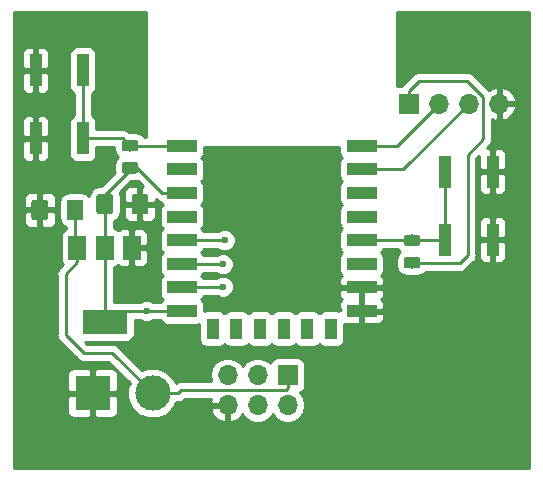
<source format=gtl>
G04 #@! TF.GenerationSoftware,KiCad,Pcbnew,5.0.2-bee76a0~70~ubuntu18.04.1*
G04 #@! TF.CreationDate,2018-12-21T13:57:39+01:00*
G04 #@! TF.ProjectId,8FilPilotes,3846696c-5069-46c6-9f74-65732e6b6963,rev?*
G04 #@! TF.SameCoordinates,Original*
G04 #@! TF.FileFunction,Copper,L1,Top*
G04 #@! TF.FilePolarity,Positive*
%FSLAX46Y46*%
G04 Gerber Fmt 4.6, Leading zero omitted, Abs format (unit mm)*
G04 Created by KiCad (PCBNEW 5.0.2-bee76a0~70~ubuntu18.04.1) date ven. 21 déc. 2018 13:57:39 CET*
%MOMM*%
%LPD*%
G01*
G04 APERTURE LIST*
G04 #@! TA.AperFunction,Conductor*
%ADD10C,0.100000*%
G04 #@! TD*
G04 #@! TA.AperFunction,SMDPad,CuDef*
%ADD11C,1.425000*%
G04 #@! TD*
G04 #@! TA.AperFunction,ComponentPad*
%ADD12R,1.700000X1.700000*%
G04 #@! TD*
G04 #@! TA.AperFunction,ComponentPad*
%ADD13O,1.700000X1.700000*%
G04 #@! TD*
G04 #@! TA.AperFunction,ComponentPad*
%ADD14R,3.000000X3.000000*%
G04 #@! TD*
G04 #@! TA.AperFunction,ComponentPad*
%ADD15C,3.000000*%
G04 #@! TD*
G04 #@! TA.AperFunction,SMDPad,CuDef*
%ADD16C,0.975000*%
G04 #@! TD*
G04 #@! TA.AperFunction,SMDPad,CuDef*
%ADD17R,1.000000X2.750000*%
G04 #@! TD*
G04 #@! TA.AperFunction,SMDPad,CuDef*
%ADD18R,3.800000X2.000000*%
G04 #@! TD*
G04 #@! TA.AperFunction,SMDPad,CuDef*
%ADD19R,1.500000X2.000000*%
G04 #@! TD*
G04 #@! TA.AperFunction,SMDPad,CuDef*
%ADD20R,2.500000X1.000000*%
G04 #@! TD*
G04 #@! TA.AperFunction,SMDPad,CuDef*
%ADD21R,1.000000X1.800000*%
G04 #@! TD*
G04 #@! TA.AperFunction,ViaPad*
%ADD22C,0.600000*%
G04 #@! TD*
G04 #@! TA.AperFunction,Conductor*
%ADD23C,0.250000*%
G04 #@! TD*
G04 #@! TA.AperFunction,Conductor*
%ADD24C,0.254000*%
G04 #@! TD*
G04 APERTURE END LIST*
D10*
G04 #@! TO.N,/GND*
G04 #@! TO.C,C1*
G36*
X143351743Y-91563930D02*
X143376012Y-91567530D01*
X143399810Y-91573491D01*
X143422910Y-91581756D01*
X143445088Y-91592246D01*
X143466132Y-91604859D01*
X143485837Y-91619473D01*
X143504016Y-91635949D01*
X143520492Y-91654128D01*
X143535106Y-91673833D01*
X143547719Y-91694877D01*
X143558209Y-91717055D01*
X143566474Y-91740155D01*
X143572435Y-91763953D01*
X143576035Y-91788222D01*
X143577239Y-91812726D01*
X143577239Y-93062726D01*
X143576035Y-93087230D01*
X143572435Y-93111499D01*
X143566474Y-93135297D01*
X143558209Y-93158397D01*
X143547719Y-93180575D01*
X143535106Y-93201619D01*
X143520492Y-93221324D01*
X143504016Y-93239503D01*
X143485837Y-93255979D01*
X143466132Y-93270593D01*
X143445088Y-93283206D01*
X143422910Y-93293696D01*
X143399810Y-93301961D01*
X143376012Y-93307922D01*
X143351743Y-93311522D01*
X143327239Y-93312726D01*
X142402239Y-93312726D01*
X142377735Y-93311522D01*
X142353466Y-93307922D01*
X142329668Y-93301961D01*
X142306568Y-93293696D01*
X142284390Y-93283206D01*
X142263346Y-93270593D01*
X142243641Y-93255979D01*
X142225462Y-93239503D01*
X142208986Y-93221324D01*
X142194372Y-93201619D01*
X142181759Y-93180575D01*
X142171269Y-93158397D01*
X142163004Y-93135297D01*
X142157043Y-93111499D01*
X142153443Y-93087230D01*
X142152239Y-93062726D01*
X142152239Y-91812726D01*
X142153443Y-91788222D01*
X142157043Y-91763953D01*
X142163004Y-91740155D01*
X142171269Y-91717055D01*
X142181759Y-91694877D01*
X142194372Y-91673833D01*
X142208986Y-91654128D01*
X142225462Y-91635949D01*
X142243641Y-91619473D01*
X142263346Y-91604859D01*
X142284390Y-91592246D01*
X142306568Y-91581756D01*
X142329668Y-91573491D01*
X142353466Y-91567530D01*
X142377735Y-91563930D01*
X142402239Y-91562726D01*
X143327239Y-91562726D01*
X143351743Y-91563930D01*
X143351743Y-91563930D01*
G37*
D11*
G04 #@! TD*
G04 #@! TO.P,C1,2*
G04 #@! TO.N,/GND*
X142864739Y-92437726D03*
D10*
G04 #@! TO.N,/5V*
G04 #@! TO.C,C1*
G36*
X146326743Y-91563930D02*
X146351012Y-91567530D01*
X146374810Y-91573491D01*
X146397910Y-91581756D01*
X146420088Y-91592246D01*
X146441132Y-91604859D01*
X146460837Y-91619473D01*
X146479016Y-91635949D01*
X146495492Y-91654128D01*
X146510106Y-91673833D01*
X146522719Y-91694877D01*
X146533209Y-91717055D01*
X146541474Y-91740155D01*
X146547435Y-91763953D01*
X146551035Y-91788222D01*
X146552239Y-91812726D01*
X146552239Y-93062726D01*
X146551035Y-93087230D01*
X146547435Y-93111499D01*
X146541474Y-93135297D01*
X146533209Y-93158397D01*
X146522719Y-93180575D01*
X146510106Y-93201619D01*
X146495492Y-93221324D01*
X146479016Y-93239503D01*
X146460837Y-93255979D01*
X146441132Y-93270593D01*
X146420088Y-93283206D01*
X146397910Y-93293696D01*
X146374810Y-93301961D01*
X146351012Y-93307922D01*
X146326743Y-93311522D01*
X146302239Y-93312726D01*
X145377239Y-93312726D01*
X145352735Y-93311522D01*
X145328466Y-93307922D01*
X145304668Y-93301961D01*
X145281568Y-93293696D01*
X145259390Y-93283206D01*
X145238346Y-93270593D01*
X145218641Y-93255979D01*
X145200462Y-93239503D01*
X145183986Y-93221324D01*
X145169372Y-93201619D01*
X145156759Y-93180575D01*
X145146269Y-93158397D01*
X145138004Y-93135297D01*
X145132043Y-93111499D01*
X145128443Y-93087230D01*
X145127239Y-93062726D01*
X145127239Y-91812726D01*
X145128443Y-91788222D01*
X145132043Y-91763953D01*
X145138004Y-91740155D01*
X145146269Y-91717055D01*
X145156759Y-91694877D01*
X145169372Y-91673833D01*
X145183986Y-91654128D01*
X145200462Y-91635949D01*
X145218641Y-91619473D01*
X145238346Y-91604859D01*
X145259390Y-91592246D01*
X145281568Y-91581756D01*
X145304668Y-91573491D01*
X145328466Y-91567530D01*
X145352735Y-91563930D01*
X145377239Y-91562726D01*
X146302239Y-91562726D01*
X146326743Y-91563930D01*
X146326743Y-91563930D01*
G37*
D11*
G04 #@! TD*
G04 #@! TO.P,C1,1*
G04 #@! TO.N,/5V*
X145839739Y-92437726D03*
D10*
G04 #@! TO.N,/3V3*
G04 #@! TO.C,C2*
G36*
X148851743Y-91063930D02*
X148876012Y-91067530D01*
X148899810Y-91073491D01*
X148922910Y-91081756D01*
X148945088Y-91092246D01*
X148966132Y-91104859D01*
X148985837Y-91119473D01*
X149004016Y-91135949D01*
X149020492Y-91154128D01*
X149035106Y-91173833D01*
X149047719Y-91194877D01*
X149058209Y-91217055D01*
X149066474Y-91240155D01*
X149072435Y-91263953D01*
X149076035Y-91288222D01*
X149077239Y-91312726D01*
X149077239Y-92562726D01*
X149076035Y-92587230D01*
X149072435Y-92611499D01*
X149066474Y-92635297D01*
X149058209Y-92658397D01*
X149047719Y-92680575D01*
X149035106Y-92701619D01*
X149020492Y-92721324D01*
X149004016Y-92739503D01*
X148985837Y-92755979D01*
X148966132Y-92770593D01*
X148945088Y-92783206D01*
X148922910Y-92793696D01*
X148899810Y-92801961D01*
X148876012Y-92807922D01*
X148851743Y-92811522D01*
X148827239Y-92812726D01*
X147902239Y-92812726D01*
X147877735Y-92811522D01*
X147853466Y-92807922D01*
X147829668Y-92801961D01*
X147806568Y-92793696D01*
X147784390Y-92783206D01*
X147763346Y-92770593D01*
X147743641Y-92755979D01*
X147725462Y-92739503D01*
X147708986Y-92721324D01*
X147694372Y-92701619D01*
X147681759Y-92680575D01*
X147671269Y-92658397D01*
X147663004Y-92635297D01*
X147657043Y-92611499D01*
X147653443Y-92587230D01*
X147652239Y-92562726D01*
X147652239Y-91312726D01*
X147653443Y-91288222D01*
X147657043Y-91263953D01*
X147663004Y-91240155D01*
X147671269Y-91217055D01*
X147681759Y-91194877D01*
X147694372Y-91173833D01*
X147708986Y-91154128D01*
X147725462Y-91135949D01*
X147743641Y-91119473D01*
X147763346Y-91104859D01*
X147784390Y-91092246D01*
X147806568Y-91081756D01*
X147829668Y-91073491D01*
X147853466Y-91067530D01*
X147877735Y-91063930D01*
X147902239Y-91062726D01*
X148827239Y-91062726D01*
X148851743Y-91063930D01*
X148851743Y-91063930D01*
G37*
D11*
G04 #@! TD*
G04 #@! TO.P,C2,1*
G04 #@! TO.N,/3V3*
X148364739Y-91937726D03*
D10*
G04 #@! TO.N,/GND*
G04 #@! TO.C,C2*
G36*
X151826743Y-91063930D02*
X151851012Y-91067530D01*
X151874810Y-91073491D01*
X151897910Y-91081756D01*
X151920088Y-91092246D01*
X151941132Y-91104859D01*
X151960837Y-91119473D01*
X151979016Y-91135949D01*
X151995492Y-91154128D01*
X152010106Y-91173833D01*
X152022719Y-91194877D01*
X152033209Y-91217055D01*
X152041474Y-91240155D01*
X152047435Y-91263953D01*
X152051035Y-91288222D01*
X152052239Y-91312726D01*
X152052239Y-92562726D01*
X152051035Y-92587230D01*
X152047435Y-92611499D01*
X152041474Y-92635297D01*
X152033209Y-92658397D01*
X152022719Y-92680575D01*
X152010106Y-92701619D01*
X151995492Y-92721324D01*
X151979016Y-92739503D01*
X151960837Y-92755979D01*
X151941132Y-92770593D01*
X151920088Y-92783206D01*
X151897910Y-92793696D01*
X151874810Y-92801961D01*
X151851012Y-92807922D01*
X151826743Y-92811522D01*
X151802239Y-92812726D01*
X150877239Y-92812726D01*
X150852735Y-92811522D01*
X150828466Y-92807922D01*
X150804668Y-92801961D01*
X150781568Y-92793696D01*
X150759390Y-92783206D01*
X150738346Y-92770593D01*
X150718641Y-92755979D01*
X150700462Y-92739503D01*
X150683986Y-92721324D01*
X150669372Y-92701619D01*
X150656759Y-92680575D01*
X150646269Y-92658397D01*
X150638004Y-92635297D01*
X150632043Y-92611499D01*
X150628443Y-92587230D01*
X150627239Y-92562726D01*
X150627239Y-91312726D01*
X150628443Y-91288222D01*
X150632043Y-91263953D01*
X150638004Y-91240155D01*
X150646269Y-91217055D01*
X150656759Y-91194877D01*
X150669372Y-91173833D01*
X150683986Y-91154128D01*
X150700462Y-91135949D01*
X150718641Y-91119473D01*
X150738346Y-91104859D01*
X150759390Y-91092246D01*
X150781568Y-91081756D01*
X150804668Y-91073491D01*
X150828466Y-91067530D01*
X150852735Y-91063930D01*
X150877239Y-91062726D01*
X151802239Y-91062726D01*
X151826743Y-91063930D01*
X151826743Y-91063930D01*
G37*
D11*
G04 #@! TD*
G04 #@! TO.P,C2,2*
G04 #@! TO.N,/GND*
X151339739Y-91937726D03*
D12*
G04 #@! TO.P,J1,1*
G04 #@! TO.N,/3V3*
X174117000Y-83439000D03*
D13*
G04 #@! TO.P,J1,2*
G04 #@! TO.N,/TXD*
X176657000Y-83439000D03*
G04 #@! TO.P,J1,3*
G04 #@! TO.N,/RXD*
X179197000Y-83439000D03*
G04 #@! TO.P,J1,4*
G04 #@! TO.N,/GND*
X181737000Y-83439000D03*
G04 #@! TD*
D12*
G04 #@! TO.P,J2,1*
G04 #@! TO.N,/5V*
X163830000Y-106426000D03*
D13*
G04 #@! TO.P,J2,2*
G04 #@! TO.N,/SER*
X163830000Y-108966000D03*
G04 #@! TO.P,J2,3*
G04 #@! TO.N,/SRCLK*
X161290000Y-106426000D03*
G04 #@! TO.P,J2,4*
G04 #@! TO.N,/RCLK*
X161290000Y-108966000D03*
G04 #@! TO.P,J2,5*
G04 #@! TO.N,/3V3*
X158750000Y-106426000D03*
G04 #@! TO.P,J2,6*
G04 #@! TO.N,/GND*
X158750000Y-108966000D03*
G04 #@! TD*
D14*
G04 #@! TO.P,P1,1*
G04 #@! TO.N,/GND*
X147320000Y-107950000D03*
D15*
G04 #@! TO.P,P1,2*
G04 #@! TO.N,/5V*
X152400000Y-107950000D03*
G04 #@! TD*
D10*
G04 #@! TO.N,/3V3*
G04 #@! TO.C,R17*
G36*
X150980142Y-88388674D02*
X151003803Y-88392184D01*
X151027007Y-88397996D01*
X151049529Y-88406054D01*
X151071153Y-88416282D01*
X151091670Y-88428579D01*
X151110883Y-88442829D01*
X151128607Y-88458893D01*
X151144671Y-88476617D01*
X151158921Y-88495830D01*
X151171218Y-88516347D01*
X151181446Y-88537971D01*
X151189504Y-88560493D01*
X151195316Y-88583697D01*
X151198826Y-88607358D01*
X151200000Y-88631250D01*
X151200000Y-89118750D01*
X151198826Y-89142642D01*
X151195316Y-89166303D01*
X151189504Y-89189507D01*
X151181446Y-89212029D01*
X151171218Y-89233653D01*
X151158921Y-89254170D01*
X151144671Y-89273383D01*
X151128607Y-89291107D01*
X151110883Y-89307171D01*
X151091670Y-89321421D01*
X151071153Y-89333718D01*
X151049529Y-89343946D01*
X151027007Y-89352004D01*
X151003803Y-89357816D01*
X150980142Y-89361326D01*
X150956250Y-89362500D01*
X150043750Y-89362500D01*
X150019858Y-89361326D01*
X149996197Y-89357816D01*
X149972993Y-89352004D01*
X149950471Y-89343946D01*
X149928847Y-89333718D01*
X149908330Y-89321421D01*
X149889117Y-89307171D01*
X149871393Y-89291107D01*
X149855329Y-89273383D01*
X149841079Y-89254170D01*
X149828782Y-89233653D01*
X149818554Y-89212029D01*
X149810496Y-89189507D01*
X149804684Y-89166303D01*
X149801174Y-89142642D01*
X149800000Y-89118750D01*
X149800000Y-88631250D01*
X149801174Y-88607358D01*
X149804684Y-88583697D01*
X149810496Y-88560493D01*
X149818554Y-88537971D01*
X149828782Y-88516347D01*
X149841079Y-88495830D01*
X149855329Y-88476617D01*
X149871393Y-88458893D01*
X149889117Y-88442829D01*
X149908330Y-88428579D01*
X149928847Y-88416282D01*
X149950471Y-88406054D01*
X149972993Y-88397996D01*
X149996197Y-88392184D01*
X150019858Y-88388674D01*
X150043750Y-88387500D01*
X150956250Y-88387500D01*
X150980142Y-88388674D01*
X150980142Y-88388674D01*
G37*
D16*
G04 #@! TD*
G04 #@! TO.P,R17,1*
G04 #@! TO.N,/3V3*
X150500000Y-88875000D03*
D10*
G04 #@! TO.N,Net-(R17-Pad2)*
G04 #@! TO.C,R17*
G36*
X150980142Y-86513674D02*
X151003803Y-86517184D01*
X151027007Y-86522996D01*
X151049529Y-86531054D01*
X151071153Y-86541282D01*
X151091670Y-86553579D01*
X151110883Y-86567829D01*
X151128607Y-86583893D01*
X151144671Y-86601617D01*
X151158921Y-86620830D01*
X151171218Y-86641347D01*
X151181446Y-86662971D01*
X151189504Y-86685493D01*
X151195316Y-86708697D01*
X151198826Y-86732358D01*
X151200000Y-86756250D01*
X151200000Y-87243750D01*
X151198826Y-87267642D01*
X151195316Y-87291303D01*
X151189504Y-87314507D01*
X151181446Y-87337029D01*
X151171218Y-87358653D01*
X151158921Y-87379170D01*
X151144671Y-87398383D01*
X151128607Y-87416107D01*
X151110883Y-87432171D01*
X151091670Y-87446421D01*
X151071153Y-87458718D01*
X151049529Y-87468946D01*
X151027007Y-87477004D01*
X151003803Y-87482816D01*
X150980142Y-87486326D01*
X150956250Y-87487500D01*
X150043750Y-87487500D01*
X150019858Y-87486326D01*
X149996197Y-87482816D01*
X149972993Y-87477004D01*
X149950471Y-87468946D01*
X149928847Y-87458718D01*
X149908330Y-87446421D01*
X149889117Y-87432171D01*
X149871393Y-87416107D01*
X149855329Y-87398383D01*
X149841079Y-87379170D01*
X149828782Y-87358653D01*
X149818554Y-87337029D01*
X149810496Y-87314507D01*
X149804684Y-87291303D01*
X149801174Y-87267642D01*
X149800000Y-87243750D01*
X149800000Y-86756250D01*
X149801174Y-86732358D01*
X149804684Y-86708697D01*
X149810496Y-86685493D01*
X149818554Y-86662971D01*
X149828782Y-86641347D01*
X149841079Y-86620830D01*
X149855329Y-86601617D01*
X149871393Y-86583893D01*
X149889117Y-86567829D01*
X149908330Y-86553579D01*
X149928847Y-86541282D01*
X149950471Y-86531054D01*
X149972993Y-86522996D01*
X149996197Y-86517184D01*
X150019858Y-86513674D01*
X150043750Y-86512500D01*
X150956250Y-86512500D01*
X150980142Y-86513674D01*
X150980142Y-86513674D01*
G37*
D16*
G04 #@! TD*
G04 #@! TO.P,R17,2*
G04 #@! TO.N,Net-(R17-Pad2)*
X150500000Y-87000000D03*
D10*
G04 #@! TO.N,Net-(R18-Pad2)*
G04 #@! TO.C,R18*
G36*
X174851142Y-94539674D02*
X174874803Y-94543184D01*
X174898007Y-94548996D01*
X174920529Y-94557054D01*
X174942153Y-94567282D01*
X174962670Y-94579579D01*
X174981883Y-94593829D01*
X174999607Y-94609893D01*
X175015671Y-94627617D01*
X175029921Y-94646830D01*
X175042218Y-94667347D01*
X175052446Y-94688971D01*
X175060504Y-94711493D01*
X175066316Y-94734697D01*
X175069826Y-94758358D01*
X175071000Y-94782250D01*
X175071000Y-95269750D01*
X175069826Y-95293642D01*
X175066316Y-95317303D01*
X175060504Y-95340507D01*
X175052446Y-95363029D01*
X175042218Y-95384653D01*
X175029921Y-95405170D01*
X175015671Y-95424383D01*
X174999607Y-95442107D01*
X174981883Y-95458171D01*
X174962670Y-95472421D01*
X174942153Y-95484718D01*
X174920529Y-95494946D01*
X174898007Y-95503004D01*
X174874803Y-95508816D01*
X174851142Y-95512326D01*
X174827250Y-95513500D01*
X173914750Y-95513500D01*
X173890858Y-95512326D01*
X173867197Y-95508816D01*
X173843993Y-95503004D01*
X173821471Y-95494946D01*
X173799847Y-95484718D01*
X173779330Y-95472421D01*
X173760117Y-95458171D01*
X173742393Y-95442107D01*
X173726329Y-95424383D01*
X173712079Y-95405170D01*
X173699782Y-95384653D01*
X173689554Y-95363029D01*
X173681496Y-95340507D01*
X173675684Y-95317303D01*
X173672174Y-95293642D01*
X173671000Y-95269750D01*
X173671000Y-94782250D01*
X173672174Y-94758358D01*
X173675684Y-94734697D01*
X173681496Y-94711493D01*
X173689554Y-94688971D01*
X173699782Y-94667347D01*
X173712079Y-94646830D01*
X173726329Y-94627617D01*
X173742393Y-94609893D01*
X173760117Y-94593829D01*
X173779330Y-94579579D01*
X173799847Y-94567282D01*
X173821471Y-94557054D01*
X173843993Y-94548996D01*
X173867197Y-94543184D01*
X173890858Y-94539674D01*
X173914750Y-94538500D01*
X174827250Y-94538500D01*
X174851142Y-94539674D01*
X174851142Y-94539674D01*
G37*
D16*
G04 #@! TD*
G04 #@! TO.P,R18,2*
G04 #@! TO.N,Net-(R18-Pad2)*
X174371000Y-95026000D03*
D10*
G04 #@! TO.N,/3V3*
G04 #@! TO.C,R18*
G36*
X174851142Y-96414674D02*
X174874803Y-96418184D01*
X174898007Y-96423996D01*
X174920529Y-96432054D01*
X174942153Y-96442282D01*
X174962670Y-96454579D01*
X174981883Y-96468829D01*
X174999607Y-96484893D01*
X175015671Y-96502617D01*
X175029921Y-96521830D01*
X175042218Y-96542347D01*
X175052446Y-96563971D01*
X175060504Y-96586493D01*
X175066316Y-96609697D01*
X175069826Y-96633358D01*
X175071000Y-96657250D01*
X175071000Y-97144750D01*
X175069826Y-97168642D01*
X175066316Y-97192303D01*
X175060504Y-97215507D01*
X175052446Y-97238029D01*
X175042218Y-97259653D01*
X175029921Y-97280170D01*
X175015671Y-97299383D01*
X174999607Y-97317107D01*
X174981883Y-97333171D01*
X174962670Y-97347421D01*
X174942153Y-97359718D01*
X174920529Y-97369946D01*
X174898007Y-97378004D01*
X174874803Y-97383816D01*
X174851142Y-97387326D01*
X174827250Y-97388500D01*
X173914750Y-97388500D01*
X173890858Y-97387326D01*
X173867197Y-97383816D01*
X173843993Y-97378004D01*
X173821471Y-97369946D01*
X173799847Y-97359718D01*
X173779330Y-97347421D01*
X173760117Y-97333171D01*
X173742393Y-97317107D01*
X173726329Y-97299383D01*
X173712079Y-97280170D01*
X173699782Y-97259653D01*
X173689554Y-97238029D01*
X173681496Y-97215507D01*
X173675684Y-97192303D01*
X173672174Y-97168642D01*
X173671000Y-97144750D01*
X173671000Y-96657250D01*
X173672174Y-96633358D01*
X173675684Y-96609697D01*
X173681496Y-96586493D01*
X173689554Y-96563971D01*
X173699782Y-96542347D01*
X173712079Y-96521830D01*
X173726329Y-96502617D01*
X173742393Y-96484893D01*
X173760117Y-96468829D01*
X173779330Y-96454579D01*
X173799847Y-96442282D01*
X173821471Y-96432054D01*
X173843993Y-96423996D01*
X173867197Y-96418184D01*
X173890858Y-96414674D01*
X173914750Y-96413500D01*
X174827250Y-96413500D01*
X174851142Y-96414674D01*
X174851142Y-96414674D01*
G37*
D16*
G04 #@! TD*
G04 #@! TO.P,R18,1*
G04 #@! TO.N,/3V3*
X174371000Y-96901000D03*
D17*
G04 #@! TO.P,SW1,2*
G04 #@! TO.N,Net-(R17-Pad2)*
X146500000Y-80620000D03*
X146500000Y-86380000D03*
G04 #@! TO.P,SW1,1*
G04 #@! TO.N,/GND*
X142500000Y-86380000D03*
X142500000Y-80620000D03*
G04 #@! TD*
G04 #@! TO.P,SW2,1*
G04 #@! TO.N,Net-(R18-Pad2)*
X177197000Y-89195000D03*
X177197000Y-94955000D03*
G04 #@! TO.P,SW2,2*
G04 #@! TO.N,/GND*
X181197000Y-94955000D03*
X181197000Y-89195000D03*
G04 #@! TD*
D18*
G04 #@! TO.P,U1,2*
G04 #@! TO.N,/3V3*
X148339739Y-101937726D03*
D19*
X148339739Y-95637726D03*
G04 #@! TO.P,U1,3*
G04 #@! TO.N,/5V*
X146039739Y-95637726D03*
G04 #@! TO.P,U1,1*
G04 #@! TO.N,/GND*
X150639739Y-95637726D03*
G04 #@! TD*
D20*
G04 #@! TO.P,U2,1*
G04 #@! TO.N,Net-(R17-Pad2)*
X154900000Y-87000000D03*
G04 #@! TO.P,U2,2*
G04 #@! TO.N,N/C*
X154900000Y-89000000D03*
G04 #@! TO.P,U2,3*
G04 #@! TO.N,/3V3*
X154900000Y-91000000D03*
G04 #@! TO.P,U2,4*
G04 #@! TO.N,N/C*
X154900000Y-93000000D03*
G04 #@! TO.P,U2,5*
G04 #@! TO.N,/SER*
X154900000Y-95000000D03*
G04 #@! TO.P,U2,6*
G04 #@! TO.N,/SRCLK*
X154900000Y-97000000D03*
G04 #@! TO.P,U2,7*
G04 #@! TO.N,/RCLK*
X154900000Y-99000000D03*
G04 #@! TO.P,U2,8*
G04 #@! TO.N,/3V3*
X154900000Y-101000000D03*
D21*
G04 #@! TO.P,U2,9*
G04 #@! TO.N,N/C*
X157500000Y-102500000D03*
G04 #@! TO.P,U2,10*
X159500000Y-102500000D03*
G04 #@! TO.P,U2,11*
X161500000Y-102500000D03*
G04 #@! TO.P,U2,12*
X163500000Y-102500000D03*
G04 #@! TO.P,U2,13*
X165500000Y-102500000D03*
G04 #@! TO.P,U2,14*
X167500000Y-102500000D03*
D20*
G04 #@! TO.P,U2,15*
G04 #@! TO.N,/GND*
X170100000Y-101000000D03*
G04 #@! TO.P,U2,16*
X170100000Y-99000000D03*
G04 #@! TO.P,U2,17*
G04 #@! TO.N,N/C*
X170100000Y-97000000D03*
G04 #@! TO.P,U2,18*
G04 #@! TO.N,Net-(R18-Pad2)*
X170100000Y-95000000D03*
G04 #@! TO.P,U2,19*
G04 #@! TO.N,N/C*
X170100000Y-93000000D03*
G04 #@! TO.P,U2,20*
X170100000Y-91000000D03*
G04 #@! TO.P,U2,21*
G04 #@! TO.N,/RXD*
X170100000Y-89000000D03*
G04 #@! TO.P,U2,22*
G04 #@! TO.N,/TXD*
X170100000Y-87000000D03*
G04 #@! TD*
D22*
G04 #@! TO.N,/SRCLK*
X158369000Y-97028000D03*
G04 #@! TO.N,/RCLK*
X158369000Y-98933000D03*
G04 #@! TO.N,/SER*
X158496000Y-94996000D03*
G04 #@! TO.N,/GND*
X150622000Y-97790000D03*
G04 #@! TO.N,/3V3*
X151892000Y-101000000D03*
G04 #@! TD*
D23*
G04 #@! TO.N,/SRCLK*
X154900000Y-97000000D02*
X158341000Y-97000000D01*
X158341000Y-97000000D02*
X158369000Y-97028000D01*
G04 #@! TO.N,/RCLK*
X154900000Y-99000000D02*
X158302000Y-99000000D01*
X158302000Y-99000000D02*
X158369000Y-98933000D01*
G04 #@! TO.N,/SER*
X154904000Y-94996000D02*
X154900000Y-95000000D01*
X158496000Y-94996000D02*
X154904000Y-94996000D01*
G04 #@! TO.N,/TXD*
X173096000Y-87000000D02*
X176657000Y-83439000D01*
X170100000Y-87000000D02*
X173096000Y-87000000D01*
G04 #@! TO.N,/RXD*
X173636000Y-89000000D02*
X170100000Y-89000000D01*
X179197000Y-83439000D02*
X173636000Y-89000000D01*
G04 #@! TO.N,Net-(R17-Pad2)*
X154900000Y-87000000D02*
X150500000Y-87000000D01*
X149880000Y-86380000D02*
X146500000Y-86380000D01*
X150500000Y-87000000D02*
X149880000Y-86380000D01*
X146500000Y-84755000D02*
X146500000Y-80620000D01*
X146500000Y-86380000D02*
X146500000Y-84755000D01*
G04 #@! TO.N,Net-(R18-Pad2)*
X172361000Y-95026000D02*
X172335000Y-95000000D01*
X174371000Y-95026000D02*
X172361000Y-95026000D01*
X172335000Y-95000000D02*
X170100000Y-95000000D01*
X177197000Y-90820000D02*
X177197000Y-94955000D01*
X177197000Y-89195000D02*
X177197000Y-90820000D01*
X174442000Y-94955000D02*
X174371000Y-95026000D01*
X177197000Y-94955000D02*
X174442000Y-94955000D01*
G04 #@! TO.N,/5V*
X145839739Y-95437726D02*
X146039739Y-95637726D01*
X145839739Y-92437726D02*
X145839739Y-95437726D01*
X163830000Y-107526000D02*
X163660000Y-107696000D01*
X163830000Y-106426000D02*
X163830000Y-107526000D01*
X154521320Y-107950000D02*
X152400000Y-107950000D01*
X154775320Y-107696000D02*
X154521320Y-107950000D01*
X163660000Y-107696000D02*
X154775320Y-107696000D01*
X146039739Y-96887726D02*
X146039739Y-95637726D01*
X145034000Y-102997000D02*
X145034000Y-97893465D01*
X145034000Y-97893465D02*
X146039739Y-96887726D01*
X152400000Y-107950000D02*
X148971000Y-104521000D01*
X146558000Y-104521000D02*
X145034000Y-102997000D01*
X148971000Y-104521000D02*
X146558000Y-104521000D01*
G04 #@! TO.N,/GND*
X150639739Y-95637726D02*
X150639739Y-97772261D01*
X150639739Y-97772261D02*
X150622000Y-97790000D01*
G04 #@! TO.N,/3V3*
X148364739Y-91157261D02*
X148364739Y-91937726D01*
X150500000Y-88875000D02*
X150500000Y-89022000D01*
X150500000Y-89022000D02*
X148364739Y-91157261D01*
X151105000Y-88875000D02*
X150500000Y-88875000D01*
X154900000Y-91000000D02*
X153230000Y-91000000D01*
X153230000Y-91000000D02*
X151105000Y-88875000D01*
X148364739Y-95612726D02*
X148339739Y-95637726D01*
X148364739Y-91937726D02*
X148364739Y-95612726D01*
X148339739Y-96887726D02*
X148339739Y-101937726D01*
X148339739Y-95637726D02*
X148339739Y-96887726D01*
X149277465Y-101000000D02*
X148339739Y-101937726D01*
X179070000Y-87757000D02*
X179070000Y-96266000D01*
X174117000Y-82339000D02*
X174922000Y-81534000D01*
X174117000Y-83439000D02*
X174117000Y-82339000D01*
X179031002Y-81534000D02*
X180372001Y-82874999D01*
X180372001Y-86454999D02*
X179070000Y-87757000D01*
X174922000Y-81534000D02*
X179031002Y-81534000D01*
X180372001Y-82874999D02*
X180372001Y-86454999D01*
X154900000Y-101000000D02*
X151892000Y-101000000D01*
X151892000Y-101000000D02*
X149277465Y-101000000D01*
X178435000Y-96901000D02*
X179070000Y-96266000D01*
X174371000Y-96901000D02*
X178435000Y-96901000D01*
G04 #@! TD*
D24*
G04 #@! TO.N,/GND*
G36*
X151873000Y-86240000D02*
X151662533Y-86240000D01*
X151586416Y-86126084D01*
X151297294Y-85932898D01*
X150956250Y-85865060D01*
X150449972Y-85865060D01*
X150427929Y-85832071D01*
X150176537Y-85664096D01*
X149954852Y-85620000D01*
X149954847Y-85620000D01*
X149880000Y-85605112D01*
X149805153Y-85620000D01*
X147647440Y-85620000D01*
X147647440Y-85005000D01*
X147598157Y-84757235D01*
X147457809Y-84547191D01*
X147260000Y-84415018D01*
X147260000Y-82584982D01*
X147457809Y-82452809D01*
X147598157Y-82242765D01*
X147647440Y-81995000D01*
X147647440Y-79245000D01*
X147598157Y-78997235D01*
X147457809Y-78787191D01*
X147247765Y-78646843D01*
X147000000Y-78597560D01*
X146000000Y-78597560D01*
X145752235Y-78646843D01*
X145542191Y-78787191D01*
X145401843Y-78997235D01*
X145352560Y-79245000D01*
X145352560Y-81995000D01*
X145401843Y-82242765D01*
X145542191Y-82452809D01*
X145740001Y-82584982D01*
X145740000Y-84415018D01*
X145542191Y-84547191D01*
X145401843Y-84757235D01*
X145352560Y-85005000D01*
X145352560Y-87755000D01*
X145401843Y-88002765D01*
X145542191Y-88212809D01*
X145752235Y-88353157D01*
X146000000Y-88402440D01*
X147000000Y-88402440D01*
X147247765Y-88353157D01*
X147457809Y-88212809D01*
X147598157Y-88002765D01*
X147647440Y-87755000D01*
X147647440Y-87140000D01*
X149152560Y-87140000D01*
X149152560Y-87243750D01*
X149220398Y-87584794D01*
X149413584Y-87873916D01*
X149508744Y-87937500D01*
X149413584Y-88001084D01*
X149220398Y-88290206D01*
X149152560Y-88631250D01*
X149152560Y-89118750D01*
X149181742Y-89265457D01*
X148031913Y-90415286D01*
X147902239Y-90415286D01*
X147558804Y-90483600D01*
X147267653Y-90678140D01*
X147073113Y-90969291D01*
X147009835Y-91287408D01*
X146936825Y-91178140D01*
X146645674Y-90983600D01*
X146302239Y-90915286D01*
X145377239Y-90915286D01*
X145033804Y-90983600D01*
X144742653Y-91178140D01*
X144548113Y-91469291D01*
X144479799Y-91812726D01*
X144479799Y-93062726D01*
X144548113Y-93406161D01*
X144742653Y-93697312D01*
X145033804Y-93891852D01*
X145079739Y-93900989D01*
X145079740Y-94032057D01*
X145041974Y-94039569D01*
X144831930Y-94179917D01*
X144691582Y-94389961D01*
X144642299Y-94637726D01*
X144642299Y-96637726D01*
X144691582Y-96885491D01*
X144801969Y-97050695D01*
X144549528Y-97303136D01*
X144486072Y-97345536D01*
X144443672Y-97408992D01*
X144443671Y-97408993D01*
X144318097Y-97596928D01*
X144259112Y-97893465D01*
X144274001Y-97968317D01*
X144274000Y-102922153D01*
X144259112Y-102997000D01*
X144274000Y-103071847D01*
X144274000Y-103071851D01*
X144318096Y-103293536D01*
X144486071Y-103544929D01*
X144549530Y-103587331D01*
X145967673Y-105005476D01*
X146010071Y-105068929D01*
X146073524Y-105111327D01*
X146073526Y-105111329D01*
X146198902Y-105195102D01*
X146261463Y-105236904D01*
X146483148Y-105281000D01*
X146483152Y-105281000D01*
X146557999Y-105295888D01*
X146632846Y-105281000D01*
X148656199Y-105281000D01*
X150451139Y-107075942D01*
X150265000Y-107525322D01*
X150265000Y-108374678D01*
X150590034Y-109159380D01*
X151190620Y-109759966D01*
X151975322Y-110085000D01*
X152824678Y-110085000D01*
X153609380Y-109759966D01*
X154046454Y-109322892D01*
X157308514Y-109322892D01*
X157554817Y-109847358D01*
X157983076Y-110237645D01*
X158393110Y-110407476D01*
X158623000Y-110286155D01*
X158623000Y-109093000D01*
X157429181Y-109093000D01*
X157308514Y-109322892D01*
X154046454Y-109322892D01*
X154209966Y-109159380D01*
X154396105Y-108710000D01*
X154446473Y-108710000D01*
X154521320Y-108724888D01*
X154596167Y-108710000D01*
X154596172Y-108710000D01*
X154817857Y-108665904D01*
X155069249Y-108497929D01*
X155097265Y-108456000D01*
X157380418Y-108456000D01*
X157308514Y-108609108D01*
X157429181Y-108839000D01*
X158623000Y-108839000D01*
X158623000Y-108819000D01*
X158877000Y-108819000D01*
X158877000Y-108839000D01*
X158897000Y-108839000D01*
X158897000Y-109093000D01*
X158877000Y-109093000D01*
X158877000Y-110286155D01*
X159106890Y-110407476D01*
X159516924Y-110237645D01*
X159945183Y-109847358D01*
X160006157Y-109717522D01*
X160219375Y-110036625D01*
X160710582Y-110364839D01*
X161143744Y-110451000D01*
X161436256Y-110451000D01*
X161869418Y-110364839D01*
X162360625Y-110036625D01*
X162560000Y-109738239D01*
X162759375Y-110036625D01*
X163250582Y-110364839D01*
X163683744Y-110451000D01*
X163976256Y-110451000D01*
X164409418Y-110364839D01*
X164900625Y-110036625D01*
X165228839Y-109545418D01*
X165344092Y-108966000D01*
X165228839Y-108386582D01*
X164900625Y-107895375D01*
X164882381Y-107883184D01*
X164927765Y-107874157D01*
X165137809Y-107733809D01*
X165278157Y-107523765D01*
X165327440Y-107276000D01*
X165327440Y-105576000D01*
X165278157Y-105328235D01*
X165137809Y-105118191D01*
X164927765Y-104977843D01*
X164680000Y-104928560D01*
X162980000Y-104928560D01*
X162732235Y-104977843D01*
X162522191Y-105118191D01*
X162381843Y-105328235D01*
X162372816Y-105373619D01*
X162360625Y-105355375D01*
X161869418Y-105027161D01*
X161436256Y-104941000D01*
X161143744Y-104941000D01*
X160710582Y-105027161D01*
X160219375Y-105355375D01*
X160020000Y-105653761D01*
X159820625Y-105355375D01*
X159329418Y-105027161D01*
X158896256Y-104941000D01*
X158603744Y-104941000D01*
X158170582Y-105027161D01*
X157679375Y-105355375D01*
X157351161Y-105846582D01*
X157235908Y-106426000D01*
X157337353Y-106936000D01*
X154850166Y-106936000D01*
X154775319Y-106921112D01*
X154700472Y-106936000D01*
X154700468Y-106936000D01*
X154478783Y-106980096D01*
X154345930Y-107068866D01*
X154209966Y-106740620D01*
X153609380Y-106140034D01*
X152824678Y-105815000D01*
X151975322Y-105815000D01*
X151525942Y-106001139D01*
X149561331Y-104036530D01*
X149518929Y-103973071D01*
X149267537Y-103805096D01*
X149045852Y-103761000D01*
X149045847Y-103761000D01*
X148971000Y-103746112D01*
X148896153Y-103761000D01*
X146872803Y-103761000D01*
X146696968Y-103585166D01*
X150239739Y-103585166D01*
X150487504Y-103535883D01*
X150697548Y-103395535D01*
X150837896Y-103185491D01*
X150887179Y-102937726D01*
X150887179Y-101760000D01*
X151329710Y-101760000D01*
X151362365Y-101792655D01*
X151706017Y-101935000D01*
X152077983Y-101935000D01*
X152421635Y-101792655D01*
X152454290Y-101760000D01*
X153060018Y-101760000D01*
X153192191Y-101957809D01*
X153402235Y-102098157D01*
X153650000Y-102147440D01*
X156150000Y-102147440D01*
X156352560Y-102107149D01*
X156352560Y-103400000D01*
X156401843Y-103647765D01*
X156542191Y-103857809D01*
X156752235Y-103998157D01*
X157000000Y-104047440D01*
X158000000Y-104047440D01*
X158247765Y-103998157D01*
X158457809Y-103857809D01*
X158500000Y-103794666D01*
X158542191Y-103857809D01*
X158752235Y-103998157D01*
X159000000Y-104047440D01*
X160000000Y-104047440D01*
X160247765Y-103998157D01*
X160457809Y-103857809D01*
X160500000Y-103794666D01*
X160542191Y-103857809D01*
X160752235Y-103998157D01*
X161000000Y-104047440D01*
X162000000Y-104047440D01*
X162247765Y-103998157D01*
X162457809Y-103857809D01*
X162500000Y-103794666D01*
X162542191Y-103857809D01*
X162752235Y-103998157D01*
X163000000Y-104047440D01*
X164000000Y-104047440D01*
X164247765Y-103998157D01*
X164457809Y-103857809D01*
X164500000Y-103794666D01*
X164542191Y-103857809D01*
X164752235Y-103998157D01*
X165000000Y-104047440D01*
X166000000Y-104047440D01*
X166247765Y-103998157D01*
X166457809Y-103857809D01*
X166500000Y-103794666D01*
X166542191Y-103857809D01*
X166752235Y-103998157D01*
X167000000Y-104047440D01*
X168000000Y-104047440D01*
X168247765Y-103998157D01*
X168457809Y-103857809D01*
X168598157Y-103647765D01*
X168647440Y-103400000D01*
X168647440Y-102103416D01*
X168723691Y-102135000D01*
X169814250Y-102135000D01*
X169973000Y-101976250D01*
X169973000Y-101127000D01*
X170227000Y-101127000D01*
X170227000Y-101976250D01*
X170385750Y-102135000D01*
X171476309Y-102135000D01*
X171709698Y-102038327D01*
X171888327Y-101859699D01*
X171985000Y-101626310D01*
X171985000Y-101285750D01*
X171826250Y-101127000D01*
X170227000Y-101127000D01*
X169973000Y-101127000D01*
X169953000Y-101127000D01*
X169953000Y-100873000D01*
X169973000Y-100873000D01*
X169973000Y-100023750D01*
X169949250Y-100000000D01*
X169973000Y-99976250D01*
X169973000Y-99127000D01*
X170227000Y-99127000D01*
X170227000Y-99976250D01*
X170250750Y-100000000D01*
X170227000Y-100023750D01*
X170227000Y-100873000D01*
X171826250Y-100873000D01*
X171985000Y-100714250D01*
X171985000Y-100373690D01*
X171888327Y-100140301D01*
X171748025Y-100000000D01*
X171888327Y-99859699D01*
X171985000Y-99626310D01*
X171985000Y-99285750D01*
X171826250Y-99127000D01*
X170227000Y-99127000D01*
X169973000Y-99127000D01*
X168373750Y-99127000D01*
X168215000Y-99285750D01*
X168215000Y-99626310D01*
X168311673Y-99859699D01*
X168451975Y-100000000D01*
X168311673Y-100140301D01*
X168215000Y-100373690D01*
X168215000Y-100714250D01*
X168373748Y-100872998D01*
X168215000Y-100872998D01*
X168215000Y-100995326D01*
X168000000Y-100952560D01*
X167000000Y-100952560D01*
X166752235Y-101001843D01*
X166542191Y-101142191D01*
X166500000Y-101205334D01*
X166457809Y-101142191D01*
X166247765Y-101001843D01*
X166000000Y-100952560D01*
X165000000Y-100952560D01*
X164752235Y-101001843D01*
X164542191Y-101142191D01*
X164500000Y-101205334D01*
X164457809Y-101142191D01*
X164247765Y-101001843D01*
X164000000Y-100952560D01*
X163000000Y-100952560D01*
X162752235Y-101001843D01*
X162542191Y-101142191D01*
X162500000Y-101205334D01*
X162457809Y-101142191D01*
X162247765Y-101001843D01*
X162000000Y-100952560D01*
X161000000Y-100952560D01*
X160752235Y-101001843D01*
X160542191Y-101142191D01*
X160500000Y-101205334D01*
X160457809Y-101142191D01*
X160247765Y-101001843D01*
X160000000Y-100952560D01*
X159000000Y-100952560D01*
X158752235Y-101001843D01*
X158542191Y-101142191D01*
X158500000Y-101205334D01*
X158457809Y-101142191D01*
X158247765Y-101001843D01*
X158000000Y-100952560D01*
X157000000Y-100952560D01*
X156797440Y-100992851D01*
X156797440Y-100500000D01*
X156748157Y-100252235D01*
X156607809Y-100042191D01*
X156544666Y-100000000D01*
X156607809Y-99957809D01*
X156739982Y-99760000D01*
X157922281Y-99760000D01*
X158183017Y-99868000D01*
X158554983Y-99868000D01*
X158898635Y-99725655D01*
X159161655Y-99462635D01*
X159304000Y-99118983D01*
X159304000Y-98747017D01*
X159161655Y-98403365D01*
X158898635Y-98140345D01*
X158554983Y-97998000D01*
X158183017Y-97998000D01*
X157839365Y-98140345D01*
X157739710Y-98240000D01*
X156739982Y-98240000D01*
X156607809Y-98042191D01*
X156544666Y-98000000D01*
X156607809Y-97957809D01*
X156739982Y-97760000D01*
X157778710Y-97760000D01*
X157839365Y-97820655D01*
X158183017Y-97963000D01*
X158554983Y-97963000D01*
X158898635Y-97820655D01*
X159161655Y-97557635D01*
X159304000Y-97213983D01*
X159304000Y-96842017D01*
X159161655Y-96498365D01*
X158898635Y-96235345D01*
X158554983Y-96093000D01*
X158183017Y-96093000D01*
X157839365Y-96235345D01*
X157834710Y-96240000D01*
X156739982Y-96240000D01*
X156607809Y-96042191D01*
X156544666Y-96000000D01*
X156607809Y-95957809D01*
X156742655Y-95756000D01*
X157933710Y-95756000D01*
X157966365Y-95788655D01*
X158310017Y-95931000D01*
X158681983Y-95931000D01*
X159025635Y-95788655D01*
X159288655Y-95525635D01*
X159431000Y-95181983D01*
X159431000Y-94810017D01*
X159288655Y-94466365D01*
X159025635Y-94203345D01*
X158681983Y-94061000D01*
X158310017Y-94061000D01*
X157966365Y-94203345D01*
X157933710Y-94236000D01*
X156737309Y-94236000D01*
X156607809Y-94042191D01*
X156544666Y-94000000D01*
X156607809Y-93957809D01*
X156748157Y-93747765D01*
X156797440Y-93500000D01*
X156797440Y-92500000D01*
X156748157Y-92252235D01*
X156607809Y-92042191D01*
X156544666Y-92000000D01*
X156607809Y-91957809D01*
X156748157Y-91747765D01*
X156797440Y-91500000D01*
X156797440Y-90500000D01*
X156748157Y-90252235D01*
X156607809Y-90042191D01*
X156544666Y-90000000D01*
X156607809Y-89957809D01*
X156748157Y-89747765D01*
X156797440Y-89500000D01*
X156797440Y-88500000D01*
X156748157Y-88252235D01*
X156607809Y-88042191D01*
X156544666Y-88000000D01*
X156607809Y-87957809D01*
X156748157Y-87747765D01*
X156797440Y-87500000D01*
X156797440Y-87127000D01*
X168202560Y-87127000D01*
X168202560Y-87500000D01*
X168251843Y-87747765D01*
X168392191Y-87957809D01*
X168455334Y-88000000D01*
X168392191Y-88042191D01*
X168251843Y-88252235D01*
X168202560Y-88500000D01*
X168202560Y-89500000D01*
X168251843Y-89747765D01*
X168392191Y-89957809D01*
X168455334Y-90000000D01*
X168392191Y-90042191D01*
X168251843Y-90252235D01*
X168202560Y-90500000D01*
X168202560Y-91500000D01*
X168251843Y-91747765D01*
X168392191Y-91957809D01*
X168455334Y-92000000D01*
X168392191Y-92042191D01*
X168251843Y-92252235D01*
X168202560Y-92500000D01*
X168202560Y-93500000D01*
X168251843Y-93747765D01*
X168392191Y-93957809D01*
X168455334Y-94000000D01*
X168392191Y-94042191D01*
X168251843Y-94252235D01*
X168202560Y-94500000D01*
X168202560Y-95500000D01*
X168251843Y-95747765D01*
X168392191Y-95957809D01*
X168455334Y-96000000D01*
X168392191Y-96042191D01*
X168251843Y-96252235D01*
X168202560Y-96500000D01*
X168202560Y-97500000D01*
X168251843Y-97747765D01*
X168392191Y-97957809D01*
X168453320Y-97998655D01*
X168311673Y-98140301D01*
X168215000Y-98373690D01*
X168215000Y-98714250D01*
X168373750Y-98873000D01*
X169973000Y-98873000D01*
X169973000Y-98853000D01*
X170227000Y-98853000D01*
X170227000Y-98873000D01*
X171826250Y-98873000D01*
X171985000Y-98714250D01*
X171985000Y-98373690D01*
X171888327Y-98140301D01*
X171746680Y-97998655D01*
X171807809Y-97957809D01*
X171948157Y-97747765D01*
X171997440Y-97500000D01*
X171997440Y-96500000D01*
X171948157Y-96252235D01*
X171807809Y-96042191D01*
X171744666Y-96000000D01*
X171807809Y-95957809D01*
X171939982Y-95760000D01*
X172155438Y-95760000D01*
X172286148Y-95786000D01*
X172286152Y-95786000D01*
X172361000Y-95800888D01*
X172435848Y-95786000D01*
X173208467Y-95786000D01*
X173284584Y-95899916D01*
X173379744Y-95963500D01*
X173284584Y-96027084D01*
X173091398Y-96316206D01*
X173023560Y-96657250D01*
X173023560Y-97144750D01*
X173091398Y-97485794D01*
X173284584Y-97774916D01*
X173573706Y-97968102D01*
X173914750Y-98035940D01*
X174827250Y-98035940D01*
X175168294Y-97968102D01*
X175457416Y-97774916D01*
X175533533Y-97661000D01*
X178360153Y-97661000D01*
X178435000Y-97675888D01*
X178509847Y-97661000D01*
X178509852Y-97661000D01*
X178731537Y-97616904D01*
X178982929Y-97448929D01*
X179025331Y-97385470D01*
X179554473Y-96856329D01*
X179617929Y-96813929D01*
X179785904Y-96562537D01*
X179830000Y-96340852D01*
X179830000Y-96340848D01*
X179844888Y-96266000D01*
X179830000Y-96191152D01*
X179830000Y-95240750D01*
X180062000Y-95240750D01*
X180062000Y-96456309D01*
X180158673Y-96689698D01*
X180337301Y-96868327D01*
X180570690Y-96965000D01*
X180911250Y-96965000D01*
X181070000Y-96806250D01*
X181070000Y-95082000D01*
X181324000Y-95082000D01*
X181324000Y-96806250D01*
X181482750Y-96965000D01*
X181823310Y-96965000D01*
X182056699Y-96868327D01*
X182235327Y-96689698D01*
X182332000Y-96456309D01*
X182332000Y-95240750D01*
X182173250Y-95082000D01*
X181324000Y-95082000D01*
X181070000Y-95082000D01*
X180220750Y-95082000D01*
X180062000Y-95240750D01*
X179830000Y-95240750D01*
X179830000Y-93453691D01*
X180062000Y-93453691D01*
X180062000Y-94669250D01*
X180220750Y-94828000D01*
X181070000Y-94828000D01*
X181070000Y-93103750D01*
X181324000Y-93103750D01*
X181324000Y-94828000D01*
X182173250Y-94828000D01*
X182332000Y-94669250D01*
X182332000Y-93453691D01*
X182235327Y-93220302D01*
X182056699Y-93041673D01*
X181823310Y-92945000D01*
X181482750Y-92945000D01*
X181324000Y-93103750D01*
X181070000Y-93103750D01*
X180911250Y-92945000D01*
X180570690Y-92945000D01*
X180337301Y-93041673D01*
X180158673Y-93220302D01*
X180062000Y-93453691D01*
X179830000Y-93453691D01*
X179830000Y-89480750D01*
X180062000Y-89480750D01*
X180062000Y-90696309D01*
X180158673Y-90929698D01*
X180337301Y-91108327D01*
X180570690Y-91205000D01*
X180911250Y-91205000D01*
X181070000Y-91046250D01*
X181070000Y-89322000D01*
X181324000Y-89322000D01*
X181324000Y-91046250D01*
X181482750Y-91205000D01*
X181823310Y-91205000D01*
X182056699Y-91108327D01*
X182235327Y-90929698D01*
X182332000Y-90696309D01*
X182332000Y-89480750D01*
X182173250Y-89322000D01*
X181324000Y-89322000D01*
X181070000Y-89322000D01*
X180220750Y-89322000D01*
X180062000Y-89480750D01*
X179830000Y-89480750D01*
X179830000Y-88071801D01*
X180062000Y-87839802D01*
X180062000Y-88909250D01*
X180220750Y-89068000D01*
X181070000Y-89068000D01*
X181070000Y-87343750D01*
X181324000Y-87343750D01*
X181324000Y-89068000D01*
X182173250Y-89068000D01*
X182332000Y-88909250D01*
X182332000Y-87693691D01*
X182235327Y-87460302D01*
X182056699Y-87281673D01*
X181823310Y-87185000D01*
X181482750Y-87185000D01*
X181324000Y-87343750D01*
X181070000Y-87343750D01*
X180911250Y-87185000D01*
X180716803Y-87185000D01*
X180856477Y-87045326D01*
X180919930Y-87002928D01*
X180962328Y-86939475D01*
X180962330Y-86939473D01*
X181087904Y-86751537D01*
X181087905Y-86751536D01*
X181132001Y-86529851D01*
X181132001Y-86529847D01*
X181146889Y-86455000D01*
X181132001Y-86380153D01*
X181132001Y-84777712D01*
X181380110Y-84880476D01*
X181610000Y-84759155D01*
X181610000Y-83566000D01*
X181864000Y-83566000D01*
X181864000Y-84759155D01*
X182093890Y-84880476D01*
X182503924Y-84710645D01*
X182932183Y-84320358D01*
X183178486Y-83795892D01*
X183057819Y-83566000D01*
X181864000Y-83566000D01*
X181610000Y-83566000D01*
X181590000Y-83566000D01*
X181590000Y-83312000D01*
X181610000Y-83312000D01*
X181610000Y-82118845D01*
X181864000Y-82118845D01*
X181864000Y-83312000D01*
X183057819Y-83312000D01*
X183178486Y-83082108D01*
X182932183Y-82557642D01*
X182503924Y-82167355D01*
X182093890Y-81997524D01*
X181864000Y-82118845D01*
X181610000Y-82118845D01*
X181380110Y-81997524D01*
X180970076Y-82167355D01*
X180849261Y-82277457D01*
X179621333Y-81049530D01*
X179578931Y-80986071D01*
X179327539Y-80818096D01*
X179105854Y-80774000D01*
X179105849Y-80774000D01*
X179031002Y-80759112D01*
X178956155Y-80774000D01*
X174996847Y-80774000D01*
X174922000Y-80759112D01*
X174847153Y-80774000D01*
X174847148Y-80774000D01*
X174625463Y-80818096D01*
X174374071Y-80986071D01*
X174331671Y-81049527D01*
X173632528Y-81748671D01*
X173569072Y-81791071D01*
X173526672Y-81854527D01*
X173526671Y-81854528D01*
X173468518Y-81941560D01*
X173267000Y-81941560D01*
X173127000Y-81969407D01*
X173127000Y-75710000D01*
X184290000Y-75710000D01*
X184290001Y-109930070D01*
X184290000Y-109930075D01*
X184290001Y-114290000D01*
X140710000Y-114290000D01*
X140710000Y-108235750D01*
X145185000Y-108235750D01*
X145185000Y-109576310D01*
X145281673Y-109809699D01*
X145460302Y-109988327D01*
X145693691Y-110085000D01*
X147034250Y-110085000D01*
X147193000Y-109926250D01*
X147193000Y-108077000D01*
X147447000Y-108077000D01*
X147447000Y-109926250D01*
X147605750Y-110085000D01*
X148946309Y-110085000D01*
X149179698Y-109988327D01*
X149358327Y-109809699D01*
X149455000Y-109576310D01*
X149455000Y-108235750D01*
X149296250Y-108077000D01*
X147447000Y-108077000D01*
X147193000Y-108077000D01*
X145343750Y-108077000D01*
X145185000Y-108235750D01*
X140710000Y-108235750D01*
X140710000Y-106323690D01*
X145185000Y-106323690D01*
X145185000Y-107664250D01*
X145343750Y-107823000D01*
X147193000Y-107823000D01*
X147193000Y-105973750D01*
X147447000Y-105973750D01*
X147447000Y-107823000D01*
X149296250Y-107823000D01*
X149455000Y-107664250D01*
X149455000Y-106323690D01*
X149358327Y-106090301D01*
X149179698Y-105911673D01*
X148946309Y-105815000D01*
X147605750Y-105815000D01*
X147447000Y-105973750D01*
X147193000Y-105973750D01*
X147034250Y-105815000D01*
X145693691Y-105815000D01*
X145460302Y-105911673D01*
X145281673Y-106090301D01*
X145185000Y-106323690D01*
X140710000Y-106323690D01*
X140710000Y-92723476D01*
X141517239Y-92723476D01*
X141517239Y-93439036D01*
X141613912Y-93672425D01*
X141792541Y-93851053D01*
X142025930Y-93947726D01*
X142578989Y-93947726D01*
X142737739Y-93788976D01*
X142737739Y-92564726D01*
X142991739Y-92564726D01*
X142991739Y-93788976D01*
X143150489Y-93947726D01*
X143703548Y-93947726D01*
X143936937Y-93851053D01*
X144115566Y-93672425D01*
X144212239Y-93439036D01*
X144212239Y-92723476D01*
X144053489Y-92564726D01*
X142991739Y-92564726D01*
X142737739Y-92564726D01*
X141675989Y-92564726D01*
X141517239Y-92723476D01*
X140710000Y-92723476D01*
X140710000Y-91436416D01*
X141517239Y-91436416D01*
X141517239Y-92151976D01*
X141675989Y-92310726D01*
X142737739Y-92310726D01*
X142737739Y-91086476D01*
X142991739Y-91086476D01*
X142991739Y-92310726D01*
X144053489Y-92310726D01*
X144212239Y-92151976D01*
X144212239Y-91436416D01*
X144115566Y-91203027D01*
X143936937Y-91024399D01*
X143703548Y-90927726D01*
X143150489Y-90927726D01*
X142991739Y-91086476D01*
X142737739Y-91086476D01*
X142578989Y-90927726D01*
X142025930Y-90927726D01*
X141792541Y-91024399D01*
X141613912Y-91203027D01*
X141517239Y-91436416D01*
X140710000Y-91436416D01*
X140710000Y-86665750D01*
X141365000Y-86665750D01*
X141365000Y-87881309D01*
X141461673Y-88114698D01*
X141640301Y-88293327D01*
X141873690Y-88390000D01*
X142214250Y-88390000D01*
X142373000Y-88231250D01*
X142373000Y-86507000D01*
X142627000Y-86507000D01*
X142627000Y-88231250D01*
X142785750Y-88390000D01*
X143126310Y-88390000D01*
X143359699Y-88293327D01*
X143538327Y-88114698D01*
X143635000Y-87881309D01*
X143635000Y-86665750D01*
X143476250Y-86507000D01*
X142627000Y-86507000D01*
X142373000Y-86507000D01*
X141523750Y-86507000D01*
X141365000Y-86665750D01*
X140710000Y-86665750D01*
X140710000Y-84878691D01*
X141365000Y-84878691D01*
X141365000Y-86094250D01*
X141523750Y-86253000D01*
X142373000Y-86253000D01*
X142373000Y-84528750D01*
X142627000Y-84528750D01*
X142627000Y-86253000D01*
X143476250Y-86253000D01*
X143635000Y-86094250D01*
X143635000Y-84878691D01*
X143538327Y-84645302D01*
X143359699Y-84466673D01*
X143126310Y-84370000D01*
X142785750Y-84370000D01*
X142627000Y-84528750D01*
X142373000Y-84528750D01*
X142214250Y-84370000D01*
X141873690Y-84370000D01*
X141640301Y-84466673D01*
X141461673Y-84645302D01*
X141365000Y-84878691D01*
X140710000Y-84878691D01*
X140710000Y-80905750D01*
X141365000Y-80905750D01*
X141365000Y-82121309D01*
X141461673Y-82354698D01*
X141640301Y-82533327D01*
X141873690Y-82630000D01*
X142214250Y-82630000D01*
X142373000Y-82471250D01*
X142373000Y-80747000D01*
X142627000Y-80747000D01*
X142627000Y-82471250D01*
X142785750Y-82630000D01*
X143126310Y-82630000D01*
X143359699Y-82533327D01*
X143538327Y-82354698D01*
X143635000Y-82121309D01*
X143635000Y-80905750D01*
X143476250Y-80747000D01*
X142627000Y-80747000D01*
X142373000Y-80747000D01*
X141523750Y-80747000D01*
X141365000Y-80905750D01*
X140710000Y-80905750D01*
X140710000Y-79118691D01*
X141365000Y-79118691D01*
X141365000Y-80334250D01*
X141523750Y-80493000D01*
X142373000Y-80493000D01*
X142373000Y-78768750D01*
X142627000Y-78768750D01*
X142627000Y-80493000D01*
X143476250Y-80493000D01*
X143635000Y-80334250D01*
X143635000Y-79118691D01*
X143538327Y-78885302D01*
X143359699Y-78706673D01*
X143126310Y-78610000D01*
X142785750Y-78610000D01*
X142627000Y-78768750D01*
X142373000Y-78768750D01*
X142214250Y-78610000D01*
X141873690Y-78610000D01*
X141640301Y-78706673D01*
X141461673Y-78885302D01*
X141365000Y-79118691D01*
X140710000Y-79118691D01*
X140710000Y-75710000D01*
X151873000Y-75710000D01*
X151873000Y-86240000D01*
X151873000Y-86240000D01*
G37*
X151873000Y-86240000D02*
X151662533Y-86240000D01*
X151586416Y-86126084D01*
X151297294Y-85932898D01*
X150956250Y-85865060D01*
X150449972Y-85865060D01*
X150427929Y-85832071D01*
X150176537Y-85664096D01*
X149954852Y-85620000D01*
X149954847Y-85620000D01*
X149880000Y-85605112D01*
X149805153Y-85620000D01*
X147647440Y-85620000D01*
X147647440Y-85005000D01*
X147598157Y-84757235D01*
X147457809Y-84547191D01*
X147260000Y-84415018D01*
X147260000Y-82584982D01*
X147457809Y-82452809D01*
X147598157Y-82242765D01*
X147647440Y-81995000D01*
X147647440Y-79245000D01*
X147598157Y-78997235D01*
X147457809Y-78787191D01*
X147247765Y-78646843D01*
X147000000Y-78597560D01*
X146000000Y-78597560D01*
X145752235Y-78646843D01*
X145542191Y-78787191D01*
X145401843Y-78997235D01*
X145352560Y-79245000D01*
X145352560Y-81995000D01*
X145401843Y-82242765D01*
X145542191Y-82452809D01*
X145740001Y-82584982D01*
X145740000Y-84415018D01*
X145542191Y-84547191D01*
X145401843Y-84757235D01*
X145352560Y-85005000D01*
X145352560Y-87755000D01*
X145401843Y-88002765D01*
X145542191Y-88212809D01*
X145752235Y-88353157D01*
X146000000Y-88402440D01*
X147000000Y-88402440D01*
X147247765Y-88353157D01*
X147457809Y-88212809D01*
X147598157Y-88002765D01*
X147647440Y-87755000D01*
X147647440Y-87140000D01*
X149152560Y-87140000D01*
X149152560Y-87243750D01*
X149220398Y-87584794D01*
X149413584Y-87873916D01*
X149508744Y-87937500D01*
X149413584Y-88001084D01*
X149220398Y-88290206D01*
X149152560Y-88631250D01*
X149152560Y-89118750D01*
X149181742Y-89265457D01*
X148031913Y-90415286D01*
X147902239Y-90415286D01*
X147558804Y-90483600D01*
X147267653Y-90678140D01*
X147073113Y-90969291D01*
X147009835Y-91287408D01*
X146936825Y-91178140D01*
X146645674Y-90983600D01*
X146302239Y-90915286D01*
X145377239Y-90915286D01*
X145033804Y-90983600D01*
X144742653Y-91178140D01*
X144548113Y-91469291D01*
X144479799Y-91812726D01*
X144479799Y-93062726D01*
X144548113Y-93406161D01*
X144742653Y-93697312D01*
X145033804Y-93891852D01*
X145079739Y-93900989D01*
X145079740Y-94032057D01*
X145041974Y-94039569D01*
X144831930Y-94179917D01*
X144691582Y-94389961D01*
X144642299Y-94637726D01*
X144642299Y-96637726D01*
X144691582Y-96885491D01*
X144801969Y-97050695D01*
X144549528Y-97303136D01*
X144486072Y-97345536D01*
X144443672Y-97408992D01*
X144443671Y-97408993D01*
X144318097Y-97596928D01*
X144259112Y-97893465D01*
X144274001Y-97968317D01*
X144274000Y-102922153D01*
X144259112Y-102997000D01*
X144274000Y-103071847D01*
X144274000Y-103071851D01*
X144318096Y-103293536D01*
X144486071Y-103544929D01*
X144549530Y-103587331D01*
X145967673Y-105005476D01*
X146010071Y-105068929D01*
X146073524Y-105111327D01*
X146073526Y-105111329D01*
X146198902Y-105195102D01*
X146261463Y-105236904D01*
X146483148Y-105281000D01*
X146483152Y-105281000D01*
X146557999Y-105295888D01*
X146632846Y-105281000D01*
X148656199Y-105281000D01*
X150451139Y-107075942D01*
X150265000Y-107525322D01*
X150265000Y-108374678D01*
X150590034Y-109159380D01*
X151190620Y-109759966D01*
X151975322Y-110085000D01*
X152824678Y-110085000D01*
X153609380Y-109759966D01*
X154046454Y-109322892D01*
X157308514Y-109322892D01*
X157554817Y-109847358D01*
X157983076Y-110237645D01*
X158393110Y-110407476D01*
X158623000Y-110286155D01*
X158623000Y-109093000D01*
X157429181Y-109093000D01*
X157308514Y-109322892D01*
X154046454Y-109322892D01*
X154209966Y-109159380D01*
X154396105Y-108710000D01*
X154446473Y-108710000D01*
X154521320Y-108724888D01*
X154596167Y-108710000D01*
X154596172Y-108710000D01*
X154817857Y-108665904D01*
X155069249Y-108497929D01*
X155097265Y-108456000D01*
X157380418Y-108456000D01*
X157308514Y-108609108D01*
X157429181Y-108839000D01*
X158623000Y-108839000D01*
X158623000Y-108819000D01*
X158877000Y-108819000D01*
X158877000Y-108839000D01*
X158897000Y-108839000D01*
X158897000Y-109093000D01*
X158877000Y-109093000D01*
X158877000Y-110286155D01*
X159106890Y-110407476D01*
X159516924Y-110237645D01*
X159945183Y-109847358D01*
X160006157Y-109717522D01*
X160219375Y-110036625D01*
X160710582Y-110364839D01*
X161143744Y-110451000D01*
X161436256Y-110451000D01*
X161869418Y-110364839D01*
X162360625Y-110036625D01*
X162560000Y-109738239D01*
X162759375Y-110036625D01*
X163250582Y-110364839D01*
X163683744Y-110451000D01*
X163976256Y-110451000D01*
X164409418Y-110364839D01*
X164900625Y-110036625D01*
X165228839Y-109545418D01*
X165344092Y-108966000D01*
X165228839Y-108386582D01*
X164900625Y-107895375D01*
X164882381Y-107883184D01*
X164927765Y-107874157D01*
X165137809Y-107733809D01*
X165278157Y-107523765D01*
X165327440Y-107276000D01*
X165327440Y-105576000D01*
X165278157Y-105328235D01*
X165137809Y-105118191D01*
X164927765Y-104977843D01*
X164680000Y-104928560D01*
X162980000Y-104928560D01*
X162732235Y-104977843D01*
X162522191Y-105118191D01*
X162381843Y-105328235D01*
X162372816Y-105373619D01*
X162360625Y-105355375D01*
X161869418Y-105027161D01*
X161436256Y-104941000D01*
X161143744Y-104941000D01*
X160710582Y-105027161D01*
X160219375Y-105355375D01*
X160020000Y-105653761D01*
X159820625Y-105355375D01*
X159329418Y-105027161D01*
X158896256Y-104941000D01*
X158603744Y-104941000D01*
X158170582Y-105027161D01*
X157679375Y-105355375D01*
X157351161Y-105846582D01*
X157235908Y-106426000D01*
X157337353Y-106936000D01*
X154850166Y-106936000D01*
X154775319Y-106921112D01*
X154700472Y-106936000D01*
X154700468Y-106936000D01*
X154478783Y-106980096D01*
X154345930Y-107068866D01*
X154209966Y-106740620D01*
X153609380Y-106140034D01*
X152824678Y-105815000D01*
X151975322Y-105815000D01*
X151525942Y-106001139D01*
X149561331Y-104036530D01*
X149518929Y-103973071D01*
X149267537Y-103805096D01*
X149045852Y-103761000D01*
X149045847Y-103761000D01*
X148971000Y-103746112D01*
X148896153Y-103761000D01*
X146872803Y-103761000D01*
X146696968Y-103585166D01*
X150239739Y-103585166D01*
X150487504Y-103535883D01*
X150697548Y-103395535D01*
X150837896Y-103185491D01*
X150887179Y-102937726D01*
X150887179Y-101760000D01*
X151329710Y-101760000D01*
X151362365Y-101792655D01*
X151706017Y-101935000D01*
X152077983Y-101935000D01*
X152421635Y-101792655D01*
X152454290Y-101760000D01*
X153060018Y-101760000D01*
X153192191Y-101957809D01*
X153402235Y-102098157D01*
X153650000Y-102147440D01*
X156150000Y-102147440D01*
X156352560Y-102107149D01*
X156352560Y-103400000D01*
X156401843Y-103647765D01*
X156542191Y-103857809D01*
X156752235Y-103998157D01*
X157000000Y-104047440D01*
X158000000Y-104047440D01*
X158247765Y-103998157D01*
X158457809Y-103857809D01*
X158500000Y-103794666D01*
X158542191Y-103857809D01*
X158752235Y-103998157D01*
X159000000Y-104047440D01*
X160000000Y-104047440D01*
X160247765Y-103998157D01*
X160457809Y-103857809D01*
X160500000Y-103794666D01*
X160542191Y-103857809D01*
X160752235Y-103998157D01*
X161000000Y-104047440D01*
X162000000Y-104047440D01*
X162247765Y-103998157D01*
X162457809Y-103857809D01*
X162500000Y-103794666D01*
X162542191Y-103857809D01*
X162752235Y-103998157D01*
X163000000Y-104047440D01*
X164000000Y-104047440D01*
X164247765Y-103998157D01*
X164457809Y-103857809D01*
X164500000Y-103794666D01*
X164542191Y-103857809D01*
X164752235Y-103998157D01*
X165000000Y-104047440D01*
X166000000Y-104047440D01*
X166247765Y-103998157D01*
X166457809Y-103857809D01*
X166500000Y-103794666D01*
X166542191Y-103857809D01*
X166752235Y-103998157D01*
X167000000Y-104047440D01*
X168000000Y-104047440D01*
X168247765Y-103998157D01*
X168457809Y-103857809D01*
X168598157Y-103647765D01*
X168647440Y-103400000D01*
X168647440Y-102103416D01*
X168723691Y-102135000D01*
X169814250Y-102135000D01*
X169973000Y-101976250D01*
X169973000Y-101127000D01*
X170227000Y-101127000D01*
X170227000Y-101976250D01*
X170385750Y-102135000D01*
X171476309Y-102135000D01*
X171709698Y-102038327D01*
X171888327Y-101859699D01*
X171985000Y-101626310D01*
X171985000Y-101285750D01*
X171826250Y-101127000D01*
X170227000Y-101127000D01*
X169973000Y-101127000D01*
X169953000Y-101127000D01*
X169953000Y-100873000D01*
X169973000Y-100873000D01*
X169973000Y-100023750D01*
X169949250Y-100000000D01*
X169973000Y-99976250D01*
X169973000Y-99127000D01*
X170227000Y-99127000D01*
X170227000Y-99976250D01*
X170250750Y-100000000D01*
X170227000Y-100023750D01*
X170227000Y-100873000D01*
X171826250Y-100873000D01*
X171985000Y-100714250D01*
X171985000Y-100373690D01*
X171888327Y-100140301D01*
X171748025Y-100000000D01*
X171888327Y-99859699D01*
X171985000Y-99626310D01*
X171985000Y-99285750D01*
X171826250Y-99127000D01*
X170227000Y-99127000D01*
X169973000Y-99127000D01*
X168373750Y-99127000D01*
X168215000Y-99285750D01*
X168215000Y-99626310D01*
X168311673Y-99859699D01*
X168451975Y-100000000D01*
X168311673Y-100140301D01*
X168215000Y-100373690D01*
X168215000Y-100714250D01*
X168373748Y-100872998D01*
X168215000Y-100872998D01*
X168215000Y-100995326D01*
X168000000Y-100952560D01*
X167000000Y-100952560D01*
X166752235Y-101001843D01*
X166542191Y-101142191D01*
X166500000Y-101205334D01*
X166457809Y-101142191D01*
X166247765Y-101001843D01*
X166000000Y-100952560D01*
X165000000Y-100952560D01*
X164752235Y-101001843D01*
X164542191Y-101142191D01*
X164500000Y-101205334D01*
X164457809Y-101142191D01*
X164247765Y-101001843D01*
X164000000Y-100952560D01*
X163000000Y-100952560D01*
X162752235Y-101001843D01*
X162542191Y-101142191D01*
X162500000Y-101205334D01*
X162457809Y-101142191D01*
X162247765Y-101001843D01*
X162000000Y-100952560D01*
X161000000Y-100952560D01*
X160752235Y-101001843D01*
X160542191Y-101142191D01*
X160500000Y-101205334D01*
X160457809Y-101142191D01*
X160247765Y-101001843D01*
X160000000Y-100952560D01*
X159000000Y-100952560D01*
X158752235Y-101001843D01*
X158542191Y-101142191D01*
X158500000Y-101205334D01*
X158457809Y-101142191D01*
X158247765Y-101001843D01*
X158000000Y-100952560D01*
X157000000Y-100952560D01*
X156797440Y-100992851D01*
X156797440Y-100500000D01*
X156748157Y-100252235D01*
X156607809Y-100042191D01*
X156544666Y-100000000D01*
X156607809Y-99957809D01*
X156739982Y-99760000D01*
X157922281Y-99760000D01*
X158183017Y-99868000D01*
X158554983Y-99868000D01*
X158898635Y-99725655D01*
X159161655Y-99462635D01*
X159304000Y-99118983D01*
X159304000Y-98747017D01*
X159161655Y-98403365D01*
X158898635Y-98140345D01*
X158554983Y-97998000D01*
X158183017Y-97998000D01*
X157839365Y-98140345D01*
X157739710Y-98240000D01*
X156739982Y-98240000D01*
X156607809Y-98042191D01*
X156544666Y-98000000D01*
X156607809Y-97957809D01*
X156739982Y-97760000D01*
X157778710Y-97760000D01*
X157839365Y-97820655D01*
X158183017Y-97963000D01*
X158554983Y-97963000D01*
X158898635Y-97820655D01*
X159161655Y-97557635D01*
X159304000Y-97213983D01*
X159304000Y-96842017D01*
X159161655Y-96498365D01*
X158898635Y-96235345D01*
X158554983Y-96093000D01*
X158183017Y-96093000D01*
X157839365Y-96235345D01*
X157834710Y-96240000D01*
X156739982Y-96240000D01*
X156607809Y-96042191D01*
X156544666Y-96000000D01*
X156607809Y-95957809D01*
X156742655Y-95756000D01*
X157933710Y-95756000D01*
X157966365Y-95788655D01*
X158310017Y-95931000D01*
X158681983Y-95931000D01*
X159025635Y-95788655D01*
X159288655Y-95525635D01*
X159431000Y-95181983D01*
X159431000Y-94810017D01*
X159288655Y-94466365D01*
X159025635Y-94203345D01*
X158681983Y-94061000D01*
X158310017Y-94061000D01*
X157966365Y-94203345D01*
X157933710Y-94236000D01*
X156737309Y-94236000D01*
X156607809Y-94042191D01*
X156544666Y-94000000D01*
X156607809Y-93957809D01*
X156748157Y-93747765D01*
X156797440Y-93500000D01*
X156797440Y-92500000D01*
X156748157Y-92252235D01*
X156607809Y-92042191D01*
X156544666Y-92000000D01*
X156607809Y-91957809D01*
X156748157Y-91747765D01*
X156797440Y-91500000D01*
X156797440Y-90500000D01*
X156748157Y-90252235D01*
X156607809Y-90042191D01*
X156544666Y-90000000D01*
X156607809Y-89957809D01*
X156748157Y-89747765D01*
X156797440Y-89500000D01*
X156797440Y-88500000D01*
X156748157Y-88252235D01*
X156607809Y-88042191D01*
X156544666Y-88000000D01*
X156607809Y-87957809D01*
X156748157Y-87747765D01*
X156797440Y-87500000D01*
X156797440Y-87127000D01*
X168202560Y-87127000D01*
X168202560Y-87500000D01*
X168251843Y-87747765D01*
X168392191Y-87957809D01*
X168455334Y-88000000D01*
X168392191Y-88042191D01*
X168251843Y-88252235D01*
X168202560Y-88500000D01*
X168202560Y-89500000D01*
X168251843Y-89747765D01*
X168392191Y-89957809D01*
X168455334Y-90000000D01*
X168392191Y-90042191D01*
X168251843Y-90252235D01*
X168202560Y-90500000D01*
X168202560Y-91500000D01*
X168251843Y-91747765D01*
X168392191Y-91957809D01*
X168455334Y-92000000D01*
X168392191Y-92042191D01*
X168251843Y-92252235D01*
X168202560Y-92500000D01*
X168202560Y-93500000D01*
X168251843Y-93747765D01*
X168392191Y-93957809D01*
X168455334Y-94000000D01*
X168392191Y-94042191D01*
X168251843Y-94252235D01*
X168202560Y-94500000D01*
X168202560Y-95500000D01*
X168251843Y-95747765D01*
X168392191Y-95957809D01*
X168455334Y-96000000D01*
X168392191Y-96042191D01*
X168251843Y-96252235D01*
X168202560Y-96500000D01*
X168202560Y-97500000D01*
X168251843Y-97747765D01*
X168392191Y-97957809D01*
X168453320Y-97998655D01*
X168311673Y-98140301D01*
X168215000Y-98373690D01*
X168215000Y-98714250D01*
X168373750Y-98873000D01*
X169973000Y-98873000D01*
X169973000Y-98853000D01*
X170227000Y-98853000D01*
X170227000Y-98873000D01*
X171826250Y-98873000D01*
X171985000Y-98714250D01*
X171985000Y-98373690D01*
X171888327Y-98140301D01*
X171746680Y-97998655D01*
X171807809Y-97957809D01*
X171948157Y-97747765D01*
X171997440Y-97500000D01*
X171997440Y-96500000D01*
X171948157Y-96252235D01*
X171807809Y-96042191D01*
X171744666Y-96000000D01*
X171807809Y-95957809D01*
X171939982Y-95760000D01*
X172155438Y-95760000D01*
X172286148Y-95786000D01*
X172286152Y-95786000D01*
X172361000Y-95800888D01*
X172435848Y-95786000D01*
X173208467Y-95786000D01*
X173284584Y-95899916D01*
X173379744Y-95963500D01*
X173284584Y-96027084D01*
X173091398Y-96316206D01*
X173023560Y-96657250D01*
X173023560Y-97144750D01*
X173091398Y-97485794D01*
X173284584Y-97774916D01*
X173573706Y-97968102D01*
X173914750Y-98035940D01*
X174827250Y-98035940D01*
X175168294Y-97968102D01*
X175457416Y-97774916D01*
X175533533Y-97661000D01*
X178360153Y-97661000D01*
X178435000Y-97675888D01*
X178509847Y-97661000D01*
X178509852Y-97661000D01*
X178731537Y-97616904D01*
X178982929Y-97448929D01*
X179025331Y-97385470D01*
X179554473Y-96856329D01*
X179617929Y-96813929D01*
X179785904Y-96562537D01*
X179830000Y-96340852D01*
X179830000Y-96340848D01*
X179844888Y-96266000D01*
X179830000Y-96191152D01*
X179830000Y-95240750D01*
X180062000Y-95240750D01*
X180062000Y-96456309D01*
X180158673Y-96689698D01*
X180337301Y-96868327D01*
X180570690Y-96965000D01*
X180911250Y-96965000D01*
X181070000Y-96806250D01*
X181070000Y-95082000D01*
X181324000Y-95082000D01*
X181324000Y-96806250D01*
X181482750Y-96965000D01*
X181823310Y-96965000D01*
X182056699Y-96868327D01*
X182235327Y-96689698D01*
X182332000Y-96456309D01*
X182332000Y-95240750D01*
X182173250Y-95082000D01*
X181324000Y-95082000D01*
X181070000Y-95082000D01*
X180220750Y-95082000D01*
X180062000Y-95240750D01*
X179830000Y-95240750D01*
X179830000Y-93453691D01*
X180062000Y-93453691D01*
X180062000Y-94669250D01*
X180220750Y-94828000D01*
X181070000Y-94828000D01*
X181070000Y-93103750D01*
X181324000Y-93103750D01*
X181324000Y-94828000D01*
X182173250Y-94828000D01*
X182332000Y-94669250D01*
X182332000Y-93453691D01*
X182235327Y-93220302D01*
X182056699Y-93041673D01*
X181823310Y-92945000D01*
X181482750Y-92945000D01*
X181324000Y-93103750D01*
X181070000Y-93103750D01*
X180911250Y-92945000D01*
X180570690Y-92945000D01*
X180337301Y-93041673D01*
X180158673Y-93220302D01*
X180062000Y-93453691D01*
X179830000Y-93453691D01*
X179830000Y-89480750D01*
X180062000Y-89480750D01*
X180062000Y-90696309D01*
X180158673Y-90929698D01*
X180337301Y-91108327D01*
X180570690Y-91205000D01*
X180911250Y-91205000D01*
X181070000Y-91046250D01*
X181070000Y-89322000D01*
X181324000Y-89322000D01*
X181324000Y-91046250D01*
X181482750Y-91205000D01*
X181823310Y-91205000D01*
X182056699Y-91108327D01*
X182235327Y-90929698D01*
X182332000Y-90696309D01*
X182332000Y-89480750D01*
X182173250Y-89322000D01*
X181324000Y-89322000D01*
X181070000Y-89322000D01*
X180220750Y-89322000D01*
X180062000Y-89480750D01*
X179830000Y-89480750D01*
X179830000Y-88071801D01*
X180062000Y-87839802D01*
X180062000Y-88909250D01*
X180220750Y-89068000D01*
X181070000Y-89068000D01*
X181070000Y-87343750D01*
X181324000Y-87343750D01*
X181324000Y-89068000D01*
X182173250Y-89068000D01*
X182332000Y-88909250D01*
X182332000Y-87693691D01*
X182235327Y-87460302D01*
X182056699Y-87281673D01*
X181823310Y-87185000D01*
X181482750Y-87185000D01*
X181324000Y-87343750D01*
X181070000Y-87343750D01*
X180911250Y-87185000D01*
X180716803Y-87185000D01*
X180856477Y-87045326D01*
X180919930Y-87002928D01*
X180962328Y-86939475D01*
X180962330Y-86939473D01*
X181087904Y-86751537D01*
X181087905Y-86751536D01*
X181132001Y-86529851D01*
X181132001Y-86529847D01*
X181146889Y-86455000D01*
X181132001Y-86380153D01*
X181132001Y-84777712D01*
X181380110Y-84880476D01*
X181610000Y-84759155D01*
X181610000Y-83566000D01*
X181864000Y-83566000D01*
X181864000Y-84759155D01*
X182093890Y-84880476D01*
X182503924Y-84710645D01*
X182932183Y-84320358D01*
X183178486Y-83795892D01*
X183057819Y-83566000D01*
X181864000Y-83566000D01*
X181610000Y-83566000D01*
X181590000Y-83566000D01*
X181590000Y-83312000D01*
X181610000Y-83312000D01*
X181610000Y-82118845D01*
X181864000Y-82118845D01*
X181864000Y-83312000D01*
X183057819Y-83312000D01*
X183178486Y-83082108D01*
X182932183Y-82557642D01*
X182503924Y-82167355D01*
X182093890Y-81997524D01*
X181864000Y-82118845D01*
X181610000Y-82118845D01*
X181380110Y-81997524D01*
X180970076Y-82167355D01*
X180849261Y-82277457D01*
X179621333Y-81049530D01*
X179578931Y-80986071D01*
X179327539Y-80818096D01*
X179105854Y-80774000D01*
X179105849Y-80774000D01*
X179031002Y-80759112D01*
X178956155Y-80774000D01*
X174996847Y-80774000D01*
X174922000Y-80759112D01*
X174847153Y-80774000D01*
X174847148Y-80774000D01*
X174625463Y-80818096D01*
X174374071Y-80986071D01*
X174331671Y-81049527D01*
X173632528Y-81748671D01*
X173569072Y-81791071D01*
X173526672Y-81854527D01*
X173526671Y-81854528D01*
X173468518Y-81941560D01*
X173267000Y-81941560D01*
X173127000Y-81969407D01*
X173127000Y-75710000D01*
X184290000Y-75710000D01*
X184290001Y-109930070D01*
X184290000Y-109930075D01*
X184290001Y-114290000D01*
X140710000Y-114290000D01*
X140710000Y-108235750D01*
X145185000Y-108235750D01*
X145185000Y-109576310D01*
X145281673Y-109809699D01*
X145460302Y-109988327D01*
X145693691Y-110085000D01*
X147034250Y-110085000D01*
X147193000Y-109926250D01*
X147193000Y-108077000D01*
X147447000Y-108077000D01*
X147447000Y-109926250D01*
X147605750Y-110085000D01*
X148946309Y-110085000D01*
X149179698Y-109988327D01*
X149358327Y-109809699D01*
X149455000Y-109576310D01*
X149455000Y-108235750D01*
X149296250Y-108077000D01*
X147447000Y-108077000D01*
X147193000Y-108077000D01*
X145343750Y-108077000D01*
X145185000Y-108235750D01*
X140710000Y-108235750D01*
X140710000Y-106323690D01*
X145185000Y-106323690D01*
X145185000Y-107664250D01*
X145343750Y-107823000D01*
X147193000Y-107823000D01*
X147193000Y-105973750D01*
X147447000Y-105973750D01*
X147447000Y-107823000D01*
X149296250Y-107823000D01*
X149455000Y-107664250D01*
X149455000Y-106323690D01*
X149358327Y-106090301D01*
X149179698Y-105911673D01*
X148946309Y-105815000D01*
X147605750Y-105815000D01*
X147447000Y-105973750D01*
X147193000Y-105973750D01*
X147034250Y-105815000D01*
X145693691Y-105815000D01*
X145460302Y-105911673D01*
X145281673Y-106090301D01*
X145185000Y-106323690D01*
X140710000Y-106323690D01*
X140710000Y-92723476D01*
X141517239Y-92723476D01*
X141517239Y-93439036D01*
X141613912Y-93672425D01*
X141792541Y-93851053D01*
X142025930Y-93947726D01*
X142578989Y-93947726D01*
X142737739Y-93788976D01*
X142737739Y-92564726D01*
X142991739Y-92564726D01*
X142991739Y-93788976D01*
X143150489Y-93947726D01*
X143703548Y-93947726D01*
X143936937Y-93851053D01*
X144115566Y-93672425D01*
X144212239Y-93439036D01*
X144212239Y-92723476D01*
X144053489Y-92564726D01*
X142991739Y-92564726D01*
X142737739Y-92564726D01*
X141675989Y-92564726D01*
X141517239Y-92723476D01*
X140710000Y-92723476D01*
X140710000Y-91436416D01*
X141517239Y-91436416D01*
X141517239Y-92151976D01*
X141675989Y-92310726D01*
X142737739Y-92310726D01*
X142737739Y-91086476D01*
X142991739Y-91086476D01*
X142991739Y-92310726D01*
X144053489Y-92310726D01*
X144212239Y-92151976D01*
X144212239Y-91436416D01*
X144115566Y-91203027D01*
X143936937Y-91024399D01*
X143703548Y-90927726D01*
X143150489Y-90927726D01*
X142991739Y-91086476D01*
X142737739Y-91086476D01*
X142578989Y-90927726D01*
X142025930Y-90927726D01*
X141792541Y-91024399D01*
X141613912Y-91203027D01*
X141517239Y-91436416D01*
X140710000Y-91436416D01*
X140710000Y-86665750D01*
X141365000Y-86665750D01*
X141365000Y-87881309D01*
X141461673Y-88114698D01*
X141640301Y-88293327D01*
X141873690Y-88390000D01*
X142214250Y-88390000D01*
X142373000Y-88231250D01*
X142373000Y-86507000D01*
X142627000Y-86507000D01*
X142627000Y-88231250D01*
X142785750Y-88390000D01*
X143126310Y-88390000D01*
X143359699Y-88293327D01*
X143538327Y-88114698D01*
X143635000Y-87881309D01*
X143635000Y-86665750D01*
X143476250Y-86507000D01*
X142627000Y-86507000D01*
X142373000Y-86507000D01*
X141523750Y-86507000D01*
X141365000Y-86665750D01*
X140710000Y-86665750D01*
X140710000Y-84878691D01*
X141365000Y-84878691D01*
X141365000Y-86094250D01*
X141523750Y-86253000D01*
X142373000Y-86253000D01*
X142373000Y-84528750D01*
X142627000Y-84528750D01*
X142627000Y-86253000D01*
X143476250Y-86253000D01*
X143635000Y-86094250D01*
X143635000Y-84878691D01*
X143538327Y-84645302D01*
X143359699Y-84466673D01*
X143126310Y-84370000D01*
X142785750Y-84370000D01*
X142627000Y-84528750D01*
X142373000Y-84528750D01*
X142214250Y-84370000D01*
X141873690Y-84370000D01*
X141640301Y-84466673D01*
X141461673Y-84645302D01*
X141365000Y-84878691D01*
X140710000Y-84878691D01*
X140710000Y-80905750D01*
X141365000Y-80905750D01*
X141365000Y-82121309D01*
X141461673Y-82354698D01*
X141640301Y-82533327D01*
X141873690Y-82630000D01*
X142214250Y-82630000D01*
X142373000Y-82471250D01*
X142373000Y-80747000D01*
X142627000Y-80747000D01*
X142627000Y-82471250D01*
X142785750Y-82630000D01*
X143126310Y-82630000D01*
X143359699Y-82533327D01*
X143538327Y-82354698D01*
X143635000Y-82121309D01*
X143635000Y-80905750D01*
X143476250Y-80747000D01*
X142627000Y-80747000D01*
X142373000Y-80747000D01*
X141523750Y-80747000D01*
X141365000Y-80905750D01*
X140710000Y-80905750D01*
X140710000Y-79118691D01*
X141365000Y-79118691D01*
X141365000Y-80334250D01*
X141523750Y-80493000D01*
X142373000Y-80493000D01*
X142373000Y-78768750D01*
X142627000Y-78768750D01*
X142627000Y-80493000D01*
X143476250Y-80493000D01*
X143635000Y-80334250D01*
X143635000Y-79118691D01*
X143538327Y-78885302D01*
X143359699Y-78706673D01*
X143126310Y-78610000D01*
X142785750Y-78610000D01*
X142627000Y-78768750D01*
X142373000Y-78768750D01*
X142214250Y-78610000D01*
X141873690Y-78610000D01*
X141640301Y-78706673D01*
X141461673Y-78885302D01*
X141365000Y-79118691D01*
X140710000Y-79118691D01*
X140710000Y-75710000D01*
X151873000Y-75710000D01*
X151873000Y-86240000D01*
G36*
X151604207Y-90449008D02*
X151466739Y-90586476D01*
X151466739Y-91810726D01*
X152528489Y-91810726D01*
X152687239Y-91651976D01*
X152687239Y-91551382D01*
X152745527Y-91590329D01*
X152933462Y-91715904D01*
X152981605Y-91725480D01*
X153050121Y-91739109D01*
X153051843Y-91747765D01*
X153192191Y-91957809D01*
X153255334Y-92000000D01*
X153192191Y-92042191D01*
X153051843Y-92252235D01*
X153002560Y-92500000D01*
X153002560Y-93500000D01*
X153051843Y-93747765D01*
X153192191Y-93957809D01*
X153255334Y-94000000D01*
X153192191Y-94042191D01*
X153051843Y-94252235D01*
X153002560Y-94500000D01*
X153002560Y-95500000D01*
X153051843Y-95747765D01*
X153192191Y-95957809D01*
X153255334Y-96000000D01*
X153192191Y-96042191D01*
X153051843Y-96252235D01*
X153002560Y-96500000D01*
X153002560Y-97500000D01*
X153051843Y-97747765D01*
X153192191Y-97957809D01*
X153255334Y-98000000D01*
X153192191Y-98042191D01*
X153051843Y-98252235D01*
X153002560Y-98500000D01*
X153002560Y-99500000D01*
X153051843Y-99747765D01*
X153192191Y-99957809D01*
X153255334Y-100000000D01*
X153192191Y-100042191D01*
X153060018Y-100240000D01*
X152454290Y-100240000D01*
X152421635Y-100207345D01*
X152077983Y-100065000D01*
X151706017Y-100065000D01*
X151362365Y-100207345D01*
X151329710Y-100240000D01*
X149352313Y-100240000D01*
X149277465Y-100225112D01*
X149202617Y-100240000D01*
X149202613Y-100240000D01*
X149099739Y-100260463D01*
X149099739Y-97283177D01*
X149337504Y-97235883D01*
X149488786Y-97134799D01*
X149530040Y-97176053D01*
X149763429Y-97272726D01*
X150353989Y-97272726D01*
X150512739Y-97113976D01*
X150512739Y-95764726D01*
X150766739Y-95764726D01*
X150766739Y-97113976D01*
X150925489Y-97272726D01*
X151516049Y-97272726D01*
X151749438Y-97176053D01*
X151928066Y-96997424D01*
X152024739Y-96764035D01*
X152024739Y-95923476D01*
X151865989Y-95764726D01*
X150766739Y-95764726D01*
X150512739Y-95764726D01*
X150492739Y-95764726D01*
X150492739Y-95510726D01*
X150512739Y-95510726D01*
X150512739Y-94161476D01*
X150766739Y-94161476D01*
X150766739Y-95510726D01*
X151865989Y-95510726D01*
X152024739Y-95351976D01*
X152024739Y-94511417D01*
X151928066Y-94278028D01*
X151749438Y-94099399D01*
X151516049Y-94002726D01*
X150925489Y-94002726D01*
X150766739Y-94161476D01*
X150512739Y-94161476D01*
X150353989Y-94002726D01*
X149763429Y-94002726D01*
X149530040Y-94099399D01*
X149488786Y-94140653D01*
X149337504Y-94039569D01*
X149124739Y-93997248D01*
X149124739Y-93400989D01*
X149170674Y-93391852D01*
X149461825Y-93197312D01*
X149656365Y-92906161D01*
X149724679Y-92562726D01*
X149724679Y-92223476D01*
X149992239Y-92223476D01*
X149992239Y-92939036D01*
X150088912Y-93172425D01*
X150267541Y-93351053D01*
X150500930Y-93447726D01*
X151053989Y-93447726D01*
X151212739Y-93288976D01*
X151212739Y-92064726D01*
X151466739Y-92064726D01*
X151466739Y-93288976D01*
X151625489Y-93447726D01*
X152178548Y-93447726D01*
X152411937Y-93351053D01*
X152590566Y-93172425D01*
X152687239Y-92939036D01*
X152687239Y-92223476D01*
X152528489Y-92064726D01*
X151466739Y-92064726D01*
X151212739Y-92064726D01*
X150150989Y-92064726D01*
X149992239Y-92223476D01*
X149724679Y-92223476D01*
X149724679Y-91312726D01*
X149656365Y-90969291D01*
X149644807Y-90951994D01*
X149660385Y-90936416D01*
X149992239Y-90936416D01*
X149992239Y-91651976D01*
X150150989Y-91810726D01*
X151212739Y-91810726D01*
X151212739Y-90586476D01*
X151053989Y-90427726D01*
X150500930Y-90427726D01*
X150267541Y-90524399D01*
X150088912Y-90703027D01*
X149992239Y-90936416D01*
X149660385Y-90936416D01*
X150586862Y-90009940D01*
X150956250Y-90009940D01*
X151130482Y-89975283D01*
X151604207Y-90449008D01*
X151604207Y-90449008D01*
G37*
X151604207Y-90449008D02*
X151466739Y-90586476D01*
X151466739Y-91810726D01*
X152528489Y-91810726D01*
X152687239Y-91651976D01*
X152687239Y-91551382D01*
X152745527Y-91590329D01*
X152933462Y-91715904D01*
X152981605Y-91725480D01*
X153050121Y-91739109D01*
X153051843Y-91747765D01*
X153192191Y-91957809D01*
X153255334Y-92000000D01*
X153192191Y-92042191D01*
X153051843Y-92252235D01*
X153002560Y-92500000D01*
X153002560Y-93500000D01*
X153051843Y-93747765D01*
X153192191Y-93957809D01*
X153255334Y-94000000D01*
X153192191Y-94042191D01*
X153051843Y-94252235D01*
X153002560Y-94500000D01*
X153002560Y-95500000D01*
X153051843Y-95747765D01*
X153192191Y-95957809D01*
X153255334Y-96000000D01*
X153192191Y-96042191D01*
X153051843Y-96252235D01*
X153002560Y-96500000D01*
X153002560Y-97500000D01*
X153051843Y-97747765D01*
X153192191Y-97957809D01*
X153255334Y-98000000D01*
X153192191Y-98042191D01*
X153051843Y-98252235D01*
X153002560Y-98500000D01*
X153002560Y-99500000D01*
X153051843Y-99747765D01*
X153192191Y-99957809D01*
X153255334Y-100000000D01*
X153192191Y-100042191D01*
X153060018Y-100240000D01*
X152454290Y-100240000D01*
X152421635Y-100207345D01*
X152077983Y-100065000D01*
X151706017Y-100065000D01*
X151362365Y-100207345D01*
X151329710Y-100240000D01*
X149352313Y-100240000D01*
X149277465Y-100225112D01*
X149202617Y-100240000D01*
X149202613Y-100240000D01*
X149099739Y-100260463D01*
X149099739Y-97283177D01*
X149337504Y-97235883D01*
X149488786Y-97134799D01*
X149530040Y-97176053D01*
X149763429Y-97272726D01*
X150353989Y-97272726D01*
X150512739Y-97113976D01*
X150512739Y-95764726D01*
X150766739Y-95764726D01*
X150766739Y-97113976D01*
X150925489Y-97272726D01*
X151516049Y-97272726D01*
X151749438Y-97176053D01*
X151928066Y-96997424D01*
X152024739Y-96764035D01*
X152024739Y-95923476D01*
X151865989Y-95764726D01*
X150766739Y-95764726D01*
X150512739Y-95764726D01*
X150492739Y-95764726D01*
X150492739Y-95510726D01*
X150512739Y-95510726D01*
X150512739Y-94161476D01*
X150766739Y-94161476D01*
X150766739Y-95510726D01*
X151865989Y-95510726D01*
X152024739Y-95351976D01*
X152024739Y-94511417D01*
X151928066Y-94278028D01*
X151749438Y-94099399D01*
X151516049Y-94002726D01*
X150925489Y-94002726D01*
X150766739Y-94161476D01*
X150512739Y-94161476D01*
X150353989Y-94002726D01*
X149763429Y-94002726D01*
X149530040Y-94099399D01*
X149488786Y-94140653D01*
X149337504Y-94039569D01*
X149124739Y-93997248D01*
X149124739Y-93400989D01*
X149170674Y-93391852D01*
X149461825Y-93197312D01*
X149656365Y-92906161D01*
X149724679Y-92562726D01*
X149724679Y-92223476D01*
X149992239Y-92223476D01*
X149992239Y-92939036D01*
X150088912Y-93172425D01*
X150267541Y-93351053D01*
X150500930Y-93447726D01*
X151053989Y-93447726D01*
X151212739Y-93288976D01*
X151212739Y-92064726D01*
X151466739Y-92064726D01*
X151466739Y-93288976D01*
X151625489Y-93447726D01*
X152178548Y-93447726D01*
X152411937Y-93351053D01*
X152590566Y-93172425D01*
X152687239Y-92939036D01*
X152687239Y-92223476D01*
X152528489Y-92064726D01*
X151466739Y-92064726D01*
X151212739Y-92064726D01*
X150150989Y-92064726D01*
X149992239Y-92223476D01*
X149724679Y-92223476D01*
X149724679Y-91312726D01*
X149656365Y-90969291D01*
X149644807Y-90951994D01*
X149660385Y-90936416D01*
X149992239Y-90936416D01*
X149992239Y-91651976D01*
X150150989Y-91810726D01*
X151212739Y-91810726D01*
X151212739Y-90586476D01*
X151053989Y-90427726D01*
X150500930Y-90427726D01*
X150267541Y-90524399D01*
X150088912Y-90703027D01*
X149992239Y-90936416D01*
X149660385Y-90936416D01*
X150586862Y-90009940D01*
X150956250Y-90009940D01*
X151130482Y-89975283D01*
X151604207Y-90449008D01*
G04 #@! TD*
M02*

</source>
